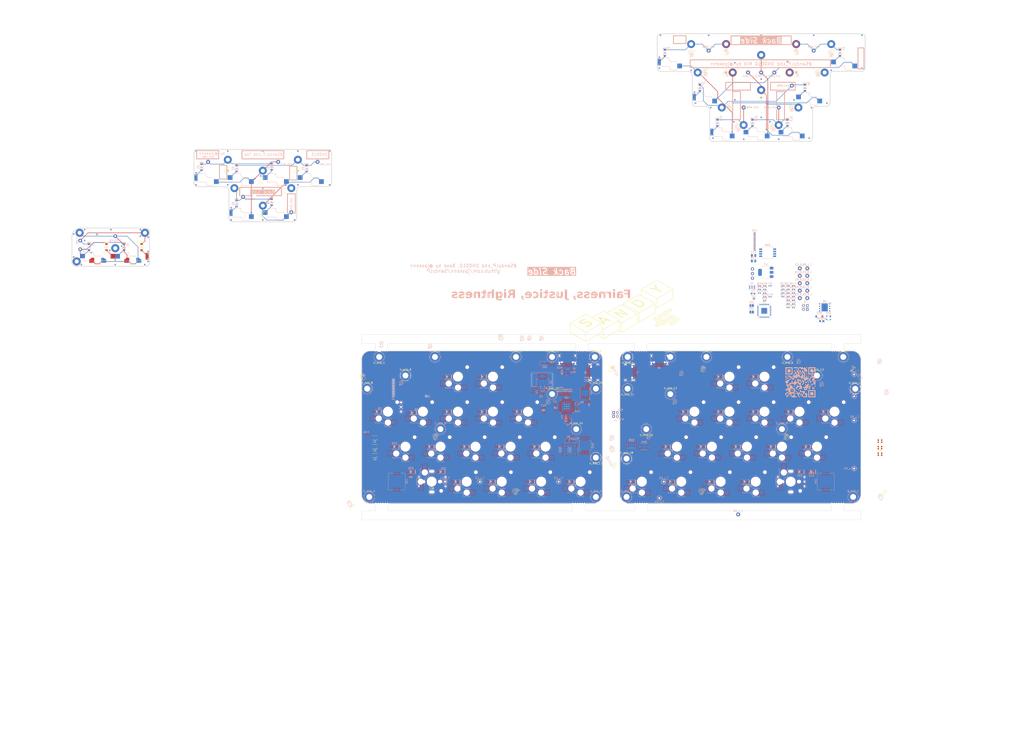
<source format=kicad_pcb>
(kicad_pcb (version 20240108) (generator "pcbnew") (generator_version "8.0")
  (title_block (title "Sandy") (date "2023-01-06") (rev "v.0") (company "@jpskenn"))
  (layers (0 "F.Cu" signal) (31 "B.Cu" signal) (34 "B.Paste" user) (35 "F.Paste" user) (36 "B.SilkS" user "B.Silkscreen") (37 "F.SilkS" user "F.Silkscreen") (38 "B.Mask" user) (39 "F.Mask" user) (44 "Edge.Cuts" user))
  (net 0 "")
  (net 1 "+3V3")
  (net 2 "+1V1")
  (net 3 "Net-(D33-A)")
  (net 4 "Net-(D11-A)")
  (net 5 "Net-(D24-A)")
  (net 6 "Net-(D1-A)")
  (net 7 "Net-(D2-A)")
  (net 8 "Net-(D3-A)")
  (net 9 "Net-(D15-A)")
  (net 10 "Net-(D26-A)")
  (net 11 "VBUS")
  (net 12 "Net-(D4-A)")
  (net 13 "Net-(D5-A)")
  (net 14 "Net-(D6-A)")
  (net 15 "Net-(D7-A)")
  (net 16 "Net-(D8-A)")
  (net 17 "Net-(D9-A)")
  (net 18 "Net-(D10-A)")
  (net 19 "GND_R")
  (net 20 "+5V_R")
  (net 21 "+3V3_R")
  (net 22 "Net-(D12-A)")
  (net 23 "Net-(D13-A)")
  (net 24 "Net-(D14-A)")
  (net 25 "Net-(D16-A)")
  (net 26 "Net-(D17-A)")
  (net 27 "Net-(D18-A)")
  (net 28 "+1V1_R")
  (net 29 "Net-(D19-A)")
  (net 30 "Net-(D32-A)")
  (net 31 "Net-(D20-A)")
  (net 32 "Net-(D21-A)")
  (net 33 "L_row0")
  (net 34 "Net-(D22-A)")
  (net 35 "Net-(D23-A)")
  (net 36 "Net-(D25-A)")
  (net 37 "Net-(D29-A)")
  (net 38 "Net-(D30-A)")
  (net 39 "Net-(D31-A)")
  (net 40 "Net-(D27-A)")
  (net 41 "Net-(SD1-A)")
  (net 42 "Net-(D28-A)")
  (net 43 "R_row0")
  (net 44 "L_row1")
  (net 45 "R_row1")
  (net 46 "L_row2")
  (net 47 "R_row2")
  (net 48 "L_row3")
  (net 49 "Net-(STLED1-A)")
  (net 50 "R_row3")
  (net 51 "Net-(D34-A)")
  (net 52 "L_Audio")
  (net 53 "L_D-")
  (net 54 "L_D+")
  (net 55 "L_LED")
  (net 56 "R_D-")
  (net 57 "VBUS_R")
  (net 58 "R_D+")
  (net 59 "R_Audio")
  (net 60 "R_LED")
  (net 61 "Net-(SD2-A)")
  (net 62 "L_RESET")
  (net 63 "Net-(JP1-B)")
  (net 64 "Net-(LS1-Pad1)")
  (net 65 "L_USB_BOOT")
  (net 66 "L_SWD")
  (net 67 "L_SWCLK")
  (net 68 "L_GPIO12")
  (net 70 "L_GPIO28")
  (net 71 "L_GPIO23")
  (net 72 "L_GPIO29")
  (net 73 "L_GPIO26")
  (net 74 "L_GPIO27")
  (net 75 "L_GPIO24")
  (net 77 "L_GPIO25")
  (net 80 "L_GPIO22")
  (net 81 "Net-(J5-CC2)")
  (net 82 "Net-(J5-CC1)")
  (net 84 "+5V")
  (net 86 "L_TX{slash}SERIAL")
  (net 88 "L_RX")
  (net 92 "R_RX")
  (net 93 "R_TX{slash}SERIAL")
  (net 97 "Net-(J8-CC2)")
  (net 98 "Net-(J8-CC1)")
  (net 100 "R_RESET")
  (net 101 "R_USB_BOOT")
  (net 102 "R_GPIO25")
  (net 104 "R_GPIO27")
  (net 105 "R_GPIO24")
  (net 107 "R_GPIO22")
  (net 108 "R_GPIO23")
  (net 109 "R_GPIO29")
  (net 110 "R_GPIO28")
  (net 111 "R_GPIO26")
  (net 112 "R_SWCLK")
  (net 113 "R_SWD")
  (net 114 "R_GPIO12")
  (net 115 "Net-(JP3-B)")
  (net 116 "Net-(LS4-Pad1)")
  (net 117 "Net-(U3-USB_DP)")
  (net 118 "Net-(U3-USB_DM)")
  (net 119 "L_QSPI_SS")
  (net 120 "Net-(U3-XOUT)")
  (net 121 "Net-(R6-Pad1)")
  (net 122 "Net-(STLED2-A)")
  (net 123 "L_VBUS_detection")
  (net 124 "R_VBUS_detection")
  (net 125 "Net-(U5-USB_DP)")
  (net 126 "Net-(U5-USB_DM)")
  (net 127 "R_QSPI_SS")
  (net 128 "Net-(U5-XOUT)")
  (net 129 "Net-(R22-Pad1)")
  (net 130 "L_dip2")
  (net 131 "L_dip4")
  (net 132 "L_dip3")
  (net 133 "L_dip1")
  (net 134 "R_dip3")
  (net 135 "R_dip4")
  (net 136 "R_dip2")
  (net 137 "R_dip1")
  (net 138 "L_col2")
  (net 139 "L_col3")
  (net 140 "R_col3")
  (net 141 "R_col2")
  (net 142 "L_col0")
  (net 143 "L_col1")
  (net 144 "L_col4")
  (net 145 "R_col4")
  (net 146 "R_col1")
  (net 147 "R_col0")
  (net 148 "L_RE_A")
  (net 149 "L_RE_B")
  (net 150 "R_RE_B")
  (net 151 "R_RE_A")
  (net 152 "L_col5")
  (net 153 "R_col5")
  (net 154 "L_QSPI_SD3")
  (net 155 "L_QSPI_SD1")
  (net 156 "L_QSPI_SD2")
  (net 157 "L_QSPI_SD0")
  (net 158 "Net-(U3-XIN)")
  (net 159 "L_QSPI_SCLK")
  (net 160 "R_QSPI_SCLK")
  (net 161 "R_QSPI_SD3")
  (net 162 "Net-(U5-XIN)")
  (net 163 "R_QSPI_SD0")
  (net 164 "R_QSPI_SD2")
  (net 165 "R_QSPI_SD1")
  (net 166 "GND")
  (net 167 "Net-(L1-DOUT)")
  (net 168 "Net-(L2-DOUT)")
  (net 170 "Net-(L4-DOUT)")
  (net 171 "Net-(L5-DOUT)")
  (footprint "locallib:Kailh_socket_ChocV2" (layer "F.Cu") (at 232.989685 84.153405)
    (property "Reference" "SW_22")
    (property "Value" "<,")
  )
  (footprint "locallib:Kailh_socket_ChocV2" (layer "F.Cu") (at 252.039685 84.153685)
    (property "Reference" "SW_23")
    (property "Value" ">.")
  )
  (footprint "locallib:Kailh_socket_ChocV2" (layer "F.Cu") (at 56.777185 65.103565)
    (property "Reference" "SW_6")
    (property "Value" "A")
  )
  (footprint "locallib:Kailh_socket_ChocV2" (layer "F.Cu") (at 85.352185 84.153645)
    (property "Reference" "SW_17")
    (property "Value" "C")
  )
  (footprint "locallib:Kailh_socket_ChocV2" (layer "F.Cu") (at 94.877185 65.103565)
    (property "Reference" "SW_8")
    (property "Value" "D")
  )
  (footprint "locallib:Kailh_socket_ChocV2" (layer "F.Cu") (at 94.877185 46.053485)
    (property "Reference" "SW_2")
    (property "Value" "E")
  )
  (footprint "locallib:Kailh_socket_ChocV2" (layer "F.Cu") (at 113.927185 65.103565)
    (property "Reference" "SW_9")
    (property "Value" "F")
  )
  (footprint "locallib:Kailh_socket_ChocV2" (layer "F.Cu") (at 223.464685 46.053525)
    (property "Reference" "SW_3")
    (property "Value" "I")
  )
  (footprint "locallib:Kailh_socket_ChocV2" (layer "F.Cu") (at 223.464685 65.103605)
    (property "Reference" "SW_11")
    (property "Value" "K")
  )
  (footprint "locallib:Kailh_socket_ChocV2" (layer "F.Cu") (at 242.514685 65.103405)
    (property "Reference" "SW_12")
    (property "Value" "L")
  )
  (footprint "locallib:Kailh_socket_ChocV2" (layer "F.Cu") (at 213.939685 84.153405)
    (property "Reference" "SW_21")
    (property "Value" "M")
  )
  (footprint "locallib:Kailh_socket_ChocV2" (layer "F.Cu") (at 194.889685 84.153645)
    (property "Reference" "SW_20")
    (property "Value" "N")
  )
  (footprint "locallib:Kailh_socket_ChocV2" (layer "F.Cu") (at 242.514685 46.053405)
    (property "Reference" "SW_4")
    (property "Value" "O")
  )
  (footprint "locallib:Kailh_socket_ChocV2" (layer "F.Cu") (at 104.402185 84.153645)
    (property "Reference" "SW_18")
    (property "Value" "V")
  )
  (footprint "locallib:Kailh_socket_ChocV2" (layer "F.Cu") (at 75.827185 46.053485)
    (property "Reference" "SW_1")
    (property "Value" "W")
  )
  (footprint "locallib:Kailh_socket_ChocV2" (layer "F.Cu") (at 66.302185 84.153645)
    (property "Reference" "SW_16")
    (property "Value" "X")
  )
  (footprint "locallib:Kailh_socket_ChocV2" (layer "F.Cu") (at 47.252185 84.153645)
    (property "Reference" "SW_15")
    (property "Value" "Z")
  )
  (footprint "locallib:Kailh_socket_ChocV2" (layer "F.Cu") (at 99.639685 103.203765)
    (property "Reference" "SW_27")
    (property "Value" "LALT")
  )
  (footprint "locallib:Kailh_socket_ChocV2" (layer "F.Cu") (at 218.702185 103.203765)
    (property "Reference" "SW_32")
    (property "Value" "RALT")
  )
  (footprint "locallib:Kailh_socket_ChocV2" (layer "F.Cu") (at 280.614685 65.103405)
    (property "Reference" "SW_14")
    (property "Value" "ENT")
  )
  (footprint "locallib:Kailh_socket_ChocV2" (layer "F.Cu") (at 261.564685 65.103405)
    (property "Reference" "SW_13")
    (property "Value" "-")
  )
  (footprint "locallib:Kailh_socket_ChocV2" (layer "F.Cu") (at 37.727185 65.103765)
    (property "Reference" "SW_5")
    (property "Value" "LCTL")
  )
  (footprint "locallib:Kailh_socket_ChocV2" (layer "F.Cu") (at 271.089685 84.153685)
    (property "Reference" "SW_24")
    (property "Value" "?/")
  )
  (footprint "locallib:Kailh_socket_ChocV2" (layer "F.Cu") (at 75.827185 65.103565)
    (property "Reference" "SW_7")
    (property "Value" "S")
  )
  (footprint "locallib:Kailh_socket_ChocV2" (layer "F.Cu") (at 80.589685 103.203765)
    (property "Reference" "SW_LWIN1")
    (property "Value" "LWIN")
  )
  (footprint "locallib:Kailh_socket_ChocV2" (layer "F.Cu") (at 204.414685 65.103565)
    (property "Reference" "SW_10")
    (property "Value" "J")
  )
  (footprint "locallib:MountingHole_M2_Through-hole_tap_THC-0.8-x-2" (layer "F.Cu") (at 255.016442 35.337785 180)
    (property "Reference" "H_mid_6")
    (property "Value" "MountingHole")
  )
  (footprint "locallib:ICON_Screw_Medium" (layer "F.Cu") (at -11.335184 -64.50955)
    (property "Reference" "REF**")
    (property "Value" "ICON_Screw_Medium")
  )
  (footprint "locallib:Kailh_socket_ChocV2_for_Reverse_narrow_#2pad" (layer "F.Cu") (at -120.082289 -23.237268)
    (property "Reference" "SW_TAB1")
    (property "Value" "SW_Push")
  )
  (footprint "locallib:ICON_arrow_round_small" (layer "F.Cu") (at 243.110132 -107.537361)
    (property "Reference" "REF**" (hide yes))
    (property "Value" "ICON_arrow_round_small")
  )
  (footprint "locallib:ICON_Spacer" (layer "F.Cu") (at 259.778882 -127.777986)
    (property "Reference" "REF**")
    (property "Value" "ICON_Spacer")
  )
  (footprint "locallib:Kailh_socket_ChocV2" (layer "F.Cu") (at 121.070935 103.203405)
    (property "Reference" "SW_28")
    (property "Value" "LSPC")
  )
  (footprint "locallib:ICON_Screw_Medium" (layer "F.Cu") (at -30.460184 -40.439063)
    (property "Reference" "REF**")
    (property "Value" "ICON_Screw_Medium")
  )
  (footprint "locallib:ICON_Screw_Medium" (layer "F.Cu") (at -42.616424 -53.30955)
    (property "Reference" "REF**")
    (property "Value" "ICON_Screw_Medium")
  )
  (footprint "locallib:ICON_Screw_Medium" (layer "F.Cu") (at 63.833662 81.370431)
    (property "Reference" "REF**" (hide yes))
    (property "Value" "ICON_Screw_Medium")
  )
  (footprint "locallib:D_SOD-123_Emphasized_Direction_Line" (layer "F.Cu") (at -96.269789 -24.427893 -90)
    (property "Reference" "D3")
    (property "Value" "D")
  )
  (footprint "locallib:MountingHole_M2_Through-hole_tap_THC-0.8-x-2" (layer "F.Cu") (at 127.024147 55.578427)
    (property "Reference" "H_mid_10")
    (property "Value" "MountingHole")
  )
  (footprint "locallib:ICON_Screw_Medium" (layer "F.Cu") (at 98.957127 27.196948)
    (property "Reference" "REF**" (hide yes))
    (property "Value" "ICON_Screw_Medium")
  )
  (footprint "locallib:ICON_Spacer" (layer "F.Cu") (at 221.678882 -127.777986)
    (property "Reference" "REF**")
    (property "Value" "ICON_Spacer")
  )
  (footprint "locallib:Kailh_socket_ChocV2_narrow_#2pad" (layer "F.Cu") (at 240.728882 -90.868611)
    (property "Reference" "SW_R4CNT_C1")
    (property "Value" "SW_Push")
  )
  (footprint "locallib:MountingHole_1.8-2.2mm_M2_Pad_minimal" (layer "F.Cu") (at 260.969507 -100.393611)
    (property "Reference" "H6" (hide yes))
    (property "Value" "MountingHole")
  )
  (footprint "locallib:ICON_Screw_Long_Medium" (layer "F.Cu") (at 245.204792 -86.206859)
    (property "Reference" "REF**")
    (property "Value" "ICON_Screw_Long_Medium")
  )
  (footprint "locallib:MountingHole_1.8-2.2mm_M2_Pad_minimal" (layer "F.Cu") (at 250.253882 -90.868611)
    (property "Reference" "H8" (hide yes))
    (property "Value" "MountingHole")
  )
  (footprint "LED_SMD:LED_WS2812B-2020_PLCC4_2.0x2.0mm" (layer "F.Cu") (at 305.342185 88.27528)
    (property "Reference" "L6")
    (property "Value" "WS2812B-2020")
  )
  (footprint "locallib:Kailh_socket_ChocV2" (layer "F.Cu") (at 237.752185 103.203405)
    (property "Reference" "SW_33")
    (property "Value" "RWIN")
  )
  (footprint "locallib:MountingHole_M2_Through-hole_tap_THC-0.8-x-2" (layer "F.Cu") (at 150.836667 52.601862)
    (property "Reference" "H_mid_20")
    (property "Value" "MountingHole")
  )
  (footprint "locallib:MountingHole_M2_Through-hole_tap_THC-0.8-x-2" (layer "F.Cu") (at 150.836667 90.106581 180)
    (property "Reference" "H_mid_17")
    (property "Value" "MountingHole")
  )
  (footprint "locallib:ICON_Screw_Medium" (layer "F.Cu") (at 18.081868 119.276918)
    (property "Reference" "REF**" (hide yes))
    (property "Value" "ICON_Screw_Medium")
  )
  (footprint "LED_SMD:LED_WS2812B-2020_PLCC4_2.0x2.0mm" (layer "F.Cu") (at 30.583446 88.915965 180)
    (property "Reference" "L3")
    (property "Value" "WS2812B-2020")
  )
  (footprint "locallib:ICON_Spacer" (layer "F.Cu") (at 259.778882 -115.871736)
    (property "Reference" "REF**")
    (property "Value" "ICON_Spacer")
  )
  (footprint "locallib:ICON_Spacer" (layer "F.Cu") (at 221.453882 -116.343611)
    (property "Reference" "REF**")
    (property "Value" "ICON_Spacer")
  )
  (footprint "locallib:ChocV2_AND_RotaryEncoder_Alps_EC11K-Switch_Vertical_H20mm_NPTH_MP_minimal" (layer "F.Cu") (at 61.539685 103.203419 -90)
    (property "Reference" "SW_25" (hide yes))
    (property "Value" "L_RE")
    (fp_line (start -0.8 4.35) (end -0.8 4.700001) (stroke (width 0.12)) (layer "Edge.Cuts"))
    (fp_line (start 0.8 4.35) (end 0.8 4.700001) (stroke (width 0.12)) (layer "Edge.Cuts"))
    (fp_arc (start 0.8 4.700001) (mid 0 7.526433) (end -0.8 4.700001) (stroke (width 0.12)) (layer "Edge.Cuts"))
    (fp_arc (start -0.8 4.35) (mid 0 3.55) (end 0.8 4.35) (stroke (width 0.12)) (layer "Edge.Cuts"))
  )
  (footprint "locallib:MountingHole_1.8-2.2mm_M2_Pad_minimal" (layer "F.Cu") (at -14.81975 -56.518547)
    (property "Reference" "H5" (hide yes))
    (property "Value" "MountingHole")
  )
  (footprint "locallib:MountingHole_M2_Through-hole_tap_THC-0.8-x-2" (layer "F.Cu") (at 191.317951 35.337785)
    (property "Reference" "H_mid_22")
    (property "Value" "MountingHole")
  )
  (footprint "locallib:MountingHole_M2_Through-hole_tap_THC-0.8-x-2" (layer "F.Cu") (at 285.377405 35.337785)
    (property "Reference" "H_mid_7")
    (property "Value" "MountingHole")
  )
  (footprint "locallib:Kailh_socket_ChocV2" (layer "F.Cu") (at 142.502185 103.203765)
    (property "Reference" "SW_29")
    (property "Value" "L_CNT")
  )
  (footprint "locallib:Kailh_socket_ChocV2" (layer "F.Cu") (at 123.452185 84.153405)
    (property "Reference" "SW_19")
    (property "Value" "B")
  )
  (footprint "locallib:Kailh_socket_ChocV2" (layer "F.Cu") (at 197.270935 103.203405)
    (property "Reference" "SW_31")
    (property "Value" "RSPC")
  )
  (footprint "locallib:ICON_arrow_round_small" (layer "F.Cu") (at -50.372875 -65.018547 180)
    (property "Reference" "REF**" (hide yes))
    (property "Value" "ICON_arrow_round_small")
  )
  (footprint "locallib:Kailh_socket_ChocV2" (layer "F.Cu") (at 175.839685 103.203765)
    (property "Reference" "SW_30")
    (property "Value" "R_CNT")
  )
  (footprint "locallib:MountingHole_1.8-2.2mm_M2_Pad_minimal" (layer "F.Cu") (at 278.828882 -134.921736)
    (property "Reference" "H2" (hide yes))
    (property "Value" "MountingHole")
  )
  (footprint "locallib:ICON_arrow_round_small" (layer "F.Cu") (at -12.372875 -65.018547 180)
    (property "Reference" "REF**" (hide yes))
    (property "Value" "ICON_arrow_round_small")
  )
  (footprint "locallib:ICON_Screw_Medium" (layer "F.Cu") (at 307.79815 111.722074)
    (property "Reference" "REF**" (hide yes))
    (property "Value" "ICON_Screw_Medium")
  )
  (footprint "locallib:ICON_Screw_Long_Medium" (layer "F.Cu") (at 209.685323 -116.273502)
    (property "Reference" "REF**")
    (property "Value" "ICON_Screw_Long_Medium")
  )
  (footprint "locallib:Kailh_socket_ChocV2" (layer "F.Cu") (at -39.822875 -66.043547)
    (property "Reference" "SW_]1" (hide yes))
    (property "Value" "SW_Push")
  )
  (footprint "locallib:MountingHole_M2_Through-hole_tap_THC-0.8-x-2" (layer "F.Cu") (at 32.964693 35.33778 180)
    (property "Reference" "H_mid_1")
    (property "Value" "MountingHole")
  )
  (footprint "locallib:ICON_Screw_Long_Medium" (layer "F.Cu") (at 271.597823 -116.273502)
    (property "Reference" "REF**")
    (property "Value" "ICON_Screw_Long_Medium")
  )
  (footprint "locallib:MountingHole_1.8-2.2mm_M2_Pad_minimal" (layer "F.Cu") (at 231.203882 -90.868611)
    (property "Reference" "H7" (hide yes))
    (property "Value" "MountingHole")
  )
  (footprint "locallib:MountingHole_M2_Through-hole_tap_THC-0.8-x-2" (layer "F.Cu") (at 291.925848 52.678405)
    (property "Reference" "H_mid_14")
    (property "Value" "MountingHole")
  )
  (footprint "locallib:Kailh_socket_ChocV2_narrow_#2pad" (layer "F.Cu") (at 259.778882 -90.868611)
    (property "Reference" "SW_R4CNT_R1")
    (property "Value" "SW_Push")
  )
  (footprint "locallib:ICON_Screw_Medium" (layer "F.Cu") (at 209.089876 111.136014)
    (property "Reference" "REF**" (hide yes))
    (property "Value" "ICON_Screw_Medium")
  )
  (footprint "locallib:MountingHole_M2_Through-hole_tap_THC-0.8-x-2" (layer "F.Cu") (at 47.252205 45.458102)
    (property "Reference" "H_mid_9")
    (property "Value" "MountingHole")
  )
  (footprint "locallib:ICON_Screw_Medium" (layer "F.Cu") (at 254.333822 81.370431)
    (property "Reference" "REF**" (hide yes))
    (property "Value" "ICON_Screw_Medium")
  )
  (footprint "locallib:MountingHole_M2_Through-hole_tap_THC-0.8-x-2" (layer "F.Cu") (at 150.241354 35.337785)
    (property "Reference" "H_mid_19")
    (property "Value" "MountingHole")
  )
  (footprint "locallib:Kailh_socket_ChocV2_small_#2pad" (layer "F.Cu") (at 221.678882 -90.868611)
    (property "Reference" "SW_R4CNT_L1")
    (property "Value" "SW_Push")
  )
  (footprint "locallib:ICON_Screw_Long_Medium" (layer "F.Cu") (at 222.782198 -97.223502)
    (property "Reference" "REF**")
    (property "Value" "ICON_Screw_Long_Medium")
  )
  (footprint "locallib:MountingHole_1.8-2.2mm_M2_Pad_minimal" (layer "F.Cu") (at 206.200757 -119.443611)
    (property "Reference" "H3" (hide yes))
    (property "Value" "MountingHole")
  )
  (footprint "locallib:MountingHole_M2_Through-hole_tap_THC-0.8-x-2" (layer "F.Cu") (at 168.100744 35.337785 180)
    (property "Reference" "H_mid_4")
    (property "Value" "MountingHole")
  )
  (footprint "LED_SMD:LED_WS2812B-2020_PLCC4_2.0x2.0mm" (layer "F.Cu") (at 305.342185 81.17528)
    (property "Reference" "L4")
    (property "Value" "WS2812B-2020")
  )
  (footprint "locallib:ICON_Screw_Medium" (layer "F.Cu") (at -49.416424 -64.70955)
    (property "Reference" "REF**")
    (property "Value" "ICON_Screw_Medium")
  )
  (footprint "locallib:Kailh_socket_ChocV2_small_#2pad" (layer "F.Cu") (at 193.103882 -128.968611)
    (property "Reference" "SW_R1")
    (property "Value" "SW_Push")
  )
  (footprint "locallib:MountingHole_M2_Through-hole_tap_THC-0.8-x-2" (layer "F.Cu") (at 178.221065 74.628443 180)
    (property "Reference" "H_mid_16")
    (property "Value" "MountingHole")
  )
  (footprint "locallib:SandyLP-Duo_outline_Base" (layer "F.Cu") (at 159.170935 84.153405)
    (property "Reference" "REF**" (hide yes))
    (property "Value" "60_Outline" (hide yes))
    (fp_line (start -135.731364 -56.08754) (end -135.731364 -61.08754) (stroke (width 0.12)) (layer "Edge.Cuts"))
    (fp_line (start -135.731364 26.123471) (end -135.731364 -47.32504) (stroke (width 0.3)) (layer "Edge.Cuts"))
    (fp_line (start -135.731364 34.885971) (end -135.731364 39.885971) (stroke (width 0.12)) (layer "Edge.Cuts"))
    (fp_line (start -128.30175 -56.08754) (end -135.731364 -56.08754) (stroke (width 0.12)) (layer "Edge.Cuts"))
    (fp_line (start -128.30175 -52.08754) (end -130.968864 -52.08754) (stroke (width 0.3)) (layer "Edge.Cuts"))
    (fp_line (start -128.30175 -52.08754) (end -128.30175 -56.08754) (stroke (width 0.12)) (layer "Edge.Cuts"))
    (fp_line (start -128.2375 30.885971) (end -130.968864 30.885971) (stroke (width 0.3)) (layer "Edge.Cuts"))
    (fp_line (start -128.2375 30.885971) (end -128.2375 34.885971) (stroke (width 0.12)) (layer "Edge.Cuts"))
    (fp_line (start -128.2375 34.885971) (end -135.731364 34.885971) (stroke (width 0.12)) (layer "Edge.Cuts"))
    (fp_line (start -121.44375 -52.08754) (end -121.44375 -56.08754) (stroke (width 0.12)) (layer "Edge.Cuts"))
    (fp_line (start -121.3795 30.885971) (end -121.3795 34.885971) (stroke (width 0.12)) (layer "Edge.Cuts"))
    (fp_line (start -21.08125 30.885971) (end -121.3795 30.885971) (stroke (width 0.3)) (layer "Edge.Cuts"))
    (fp_line (start -21.08125 30.885971) (end -21.08125 34.885971) (stroke (width 0.12)) (layer "Edge.Cuts"))
    (fp_line (start -21.08125 34.885971) (end -121.3795 34.885971) (stroke (width 0.12)) (layer "Edge.Cuts"))
    (fp_line (start -19.2955 -56.08754) (end -121.44375 -56.08754) (stroke (width 0.12)) (layer "Edge.Cuts"))
    (fp_line (start -19.2955 -52.08754) (end -121.44375 -52.08754) (stroke (width 0.3)) (layer "Edge.Cuts"))
    (fp_line (start -19.2955 -52.08754) (end -19.2955 -56.08754) (stroke (width 0.12)) (layer "Edge.Cuts"))
    (fp_line (start -14.22325 30.885971) (end -14.22325 34.885971) (stroke (width 0.12)) (layer "Edge.Cuts"))
    (fp_line (start -14.22325 34.885971) (end 12.7635 34.885971) (stroke (width 0.12)) (layer "Edge.Cuts"))
    (fp_line (start -12.4375 -56.08754) (end 12.60475 -56.08754) (stroke (width 0.12)) (layer "Edge.Cuts"))
    (fp_line (start -12.4375 -52.08754) (end -12.4375 -56.08754) (stroke (width 0.12)) (layer "Edge.Cuts"))
    (fp_line (start -9.525004 -52.08754) (end -12.4375 -52.08754) (stroke (width 0.3)) (layer "Edge.Cuts"))
    (fp_line (start -9.525004 30.885971) (end -14.22325 30.885971) (stroke (width 0.3)) (layer "Edge.Cuts"))
    (fp_line (start -4.762504 26.123471) (end -4.762504 -47.32504) (stroke (width 0.3)) (layer "Edge.Cuts"))
    (fp_line (start 4.762504 26.123471) (end 4.762504 -47.32504) (stroke (width 0.3)) (layer "Edge.Cuts"))
    (fp_line (start 9.525004 -52.08754) (end 12.60475 -52.08754) (stroke (width 0.3)) (layer "Edge.Cuts"))
    (fp_line (start 9.525004 30.885971) (end 12.7635 30.885971) (stroke (width 0.3)) (layer "Edge.Cuts"))
    (fp_line (start 12.60475 -52.08754) (end 12.60475 -56.08754) (stroke (width 0.12)) (layer "Edge.Cuts"))
    (fp_line (start 12.7635 30.885971) (end 12.7635 34.885971) (stroke (width 0.12)) (layer "Edge.Cuts"))
    (fp_line (start 19.46275 -56.08754) (end 119.91975 -56.08754) (stroke (width 0.12)) (layer "Edge.Cuts"))
    (fp_line (start 19.46275 -52.08754) (end 19.46275 -56.08754) (stroke (width 0.12)) (layer "Edge.Cuts"))
    (fp_line (start 19.46275 -52.08754) (end 119.91975 -52.08754) (stroke (width 0.3)) (layer "Edge.Cuts"))
    (fp_line (start 19.6215 30.885971) (end 19.6215 34.885971) (stroke (width 0.12)) (layer "Edge.Cuts"))
    (fp_line (start 19.6215 30.885971) (end 119.761 30.885971) (stroke (width 0.3)) (layer "Edge.Cuts"))
    (fp_line (start 19.6215 34.885971) (end 119.761 34.885971) (stroke (width 0.12)) (layer "Edge.Cuts"))
    (fp_line (start 119.761 30.885971) (end 119.761 34.885971) (stroke (width 0.12)) (layer "Edge.Cuts"))
    (fp_line (start 119.91975 -52.08754) (end 119.91975 -56.08754) (stroke (width 0.12)) (layer "Edge.Cuts"))
    (fp_line (start 126.619 30.885971) (end 126.619 34.885971) (stroke (width 0.12)) (layer "Edge.Cuts"))
    (fp_line (start 126.619 30.885971) (end 130.968864 30.885971) (stroke (width 0.3)) (layer "Edge.Cuts"))
    (fp_line (start 126.619 34.885971) (end 135.731364 34.885971) (stroke (width 0.12)) (layer "Edge.Cuts"))
    (fp_line (start 126.77775 -56.08754) (end 135.731364 -56.08754) (stroke (width 0.12)) (layer "Edge.Cuts"))
    (fp_line (start 126.77775 -52.08754) (end 126.77775 -56.08754) (stroke (width 0.12)) (layer "Edge.Cuts"))
    (fp_line (start 126.77775 -52.08754) (end 130.968864 -52.08754) (stroke (width 0.3)) (layer "Edge.Cuts"))
    (fp_line (start 135.731364 -61.08754) (end -135.731364 -61.08754) (stroke (width 0.12)) (layer "Edge.Cuts"))
    (fp_line (start 135.731364 -56.08754) (end 135.731364 -61.08754) (stroke (width 0.12)) (layer "Edge.Cuts"))
    (fp_line (start 135.731364 26.123471) (end 135.731364 -47.32504) (stroke (width 0.3)) (layer "Edge.Cuts"))
    (fp_line (start 135.731364 34.885971) (end 135.731364 39.885971) (stroke (width 0.12)) (layer "Edge.Cuts"))
    (fp_line (start 135.731364 39.885971) (end -135.731364 39.885971) (stroke (width 0.12)) (layer "Edge.Cuts"))
    (fp_arc (start -135.731364 -47.32504) (mid -134.33646 -50.692636) (end -130.968864 -52.08754) (stroke (width 0.3)) (layer "Edge.Cuts"))
    (fp_arc (start -130.968864 30.885971) (mid -134.33646 29.491067) (end -135.731364 26.123471) (stroke (width 0.3)) (layer "Edge.Cuts"))
    (fp_arc (start -9.525004 -52.08754) (mid -6.15741 -50.692634) (end -4.762504 -47.32504) (stroke (width 0.3)) (layer "Edge.Cuts"))
    (fp_arc (start -4.762504 26.123471) (mid -6.157413 29.491062) (end -9.525004 30.885971) (stroke (width 0.3)) (layer "Edge.Cuts"))
    (fp_arc (start 4.762504 -47.32504) (mid 6.15741 -50.692634) (end 9.525004 -52.08754) (stroke (width 0.3)) (layer "Edge.Cuts"))
    (fp_arc (start 9.525004 30.885971) (mid 6.157414 29.491062) (end 4.762504 26.123471) (stroke (width 0.3)) (layer "Edge.Cuts"))
    (fp_arc (start 130.968864 -52.08754) (mid 134.336433 -50.692616) (end 135.731364 -47.32504) (stroke (width 0.3)) (layer "Edge.Cuts"))
    (fp_arc (start 135.731364 26.123471) (mid 134.336439 29.491044) (end 130.968864 30.885971) (stroke (width 0.3)) (layer "Edge.Cuts"))
  )
  (footprint "locallib:ICON_Spacer" (layer "F.Cu") (at 240.728882 -121.824861)
    (property "Reference" "REF**")
    (property "Value" "ICON_Spacer")
  )
  (footprint "locallib:MountingHole_1.8-2.2mm_M2_Pad_minimal" (layer "F.Cu") (at -11.247875 -71.996672)
    (property "Reference" "H3" (hide yes))
    (property "Value" "MountingHole")
  )
  (footprint "locallib:Kailh_socket_ChocV2" (layer "F.Cu") (at -20.772875 -46.993547)
    (property "Reference" "SW_'1" (hide yes))
    (property "Value" "SW_Push")
  )
  (footprint "locallib:ICON_Screw_Long_Medium" (layer "F.Cu") (at 202.628882 -125.942317)
    (property "Reference" "REF**")
    (property "Value" "ICON_Screw_Long_Medium")
  )
  (footprint "locallib:Kailh_socket_ChocV2_small_#2pad" (layer "F.Cu") (at -58.872875 -66.043547)
    (property "Reference" "SW_[1" (hide yes))
    (property "Value" "SW_Push")
  )
  (footprint "locallib:ICON_arrow_round_small" (layer "F.Cu") (at -31.572875 -59.018547 180)
    (property "Reference" "REF**" (hide yes))
    (property "Value" "ICON_arrow_round_small")
  )
  (footprint "locallib:MountingHole_M2_Through-hole_tap_THC-0.8-x-2" (layer "F.Cu") (at 210.96328 35.337785)
    (property "Reference" "H_mid_5")
    (property "Value" "MountingHole")
  )
  (footprint "locallib:SandyLP_outline_Mid_Isolated_Area_gentle_corner" (layer "F.Cu") (at -91.507289 -13.712268)
    (property "Reference" "Cutout1" (hide yes))
    (property "Value" "60_Outline" (hide yes))
    (fp_line (start -42.6125 -2.314214) (end -42.6125 -16.36879) (stroke (width 0.3)) (layer "Edge.Cuts"))
    (fp_line (start -40.6125 -0.314214) (end -2.325 -0.3) (stroke (width 0.3)) (layer "Edge.Cuts"))
    (fp_line (start -37.85 -21.13129) (end -2.315 -21.13129) (stroke (width 0.3)) (layer "Edge.Cuts"))
    (fp_line (start -0.325 -2.3) (end -0.315 -19.13129) (stroke (width 0.3)) (layer "Edge.Cuts"))
    (fp_arc (start -42.6125 -16.36879) (mid -41.217596 -19.736386) (end -37.85 -21.13129) (stroke (width 0.3)) (layer "Edge.Cuts"))
    (fp_arc (start -40.6125 -0.314214) (mid -42.026714 -0.9) (end -42.6125 -2.314214) (stroke (width 0.3)) (layer "Edge.Cuts"))
    (fp_arc (start -2.315 -21.13129) (mid -0.900774 -20.545516) (end -0.315 -19.13129) (stroke (width 0.3)) (layer "Edge.Cuts"))
    (fp_arc (start -0.325 -2.3) (mid -0.910786 -0.885786) (end -2.325 -0.3) (stroke (width 0.3)) (layer "Edge.Cuts"))
  )
  (footprint "locallib:ICON_Nut & Washer" (layer "F.Cu") (at 159.171051 44.26748)
    (property "Reference" "REF**")
    (property "Value" "ICON_Nut & Washer")
  )
  (footprint "locallib:ICON_Screw_Medium" (layer "F.Cu") (at -30.616424 -58.70955)
    (property "Reference" "REF**")
    (property "Value" "ICON_Screw_Medium")
  )
  (footprint "locallib:ICON_Screw_Long_Medium" (layer "F.Cu") (at 278.741573 -125.942317)
    (property "Reference" "REF**")
    (property "Value" "ICON_Screw_Long_Medium")
  )
  (footprint "locallib:ChocV2_AND_RotaryEncoder_Alps_EC11K-Switch_Vertical_H20mm_NPTH_MP_minimal" (layer "F.Cu") (at 256.802185 103.203405 -90)
    (property "Reference" "SW_26" (hide yes))
    (property "Value" "R_RE")
    (fp_line (start -0.8 4.35) (end -0.8 4.700001) (stroke (width 0.12)) (layer "Edge.Cuts"))
    (fp_line (start 0.8 4.35) (end 0.8 4.700001) (stroke (width 0.12)) (layer "Edge.Cuts"))
    (fp_arc (start 0.8 4.700001) (mid 0 7.526433) (end -0.8 4.700001) (stroke (width 0.12)) (layer "Edge.Cuts"))
    (fp_arc (start -0.8 4.35) (mid 0 3.55) (end 0.8 4.35) (stroke (width 0.12)) (layer "Edge.Cuts"))
  )
  (footprint "locallib:MountingHole_1.8-2.2mm_M2_Pad_minimal" (layer "F.Cu") (at 275.257007 -119.443611)
    (property "Reference" "H4" (hide yes))
    (property "Value" "MountingHole")
  )
  (footprint "locallib:D_SOD-123_Emphasized_Direction_Line" (layer "F.Cu") (at -115.319789 -24.427893 -90)
    (property "Reference" "D4")
    (property "Value" "D")
  )
  (footprint "locallib:ICON_Screw_Medium" (layer "F.Cu") (at 159.679053 87.918874)
    (property "Reference" "REF**" (hide yes))
    (property "Value" "ICON_Screw_Medium")
  )
  (footprint "locallib:MountingHole_1.8-2.2mm_M2_Pad_minimal" (layer "F.Cu") (at -45.776 -56.518547)
    (property "Reference" "H4" (hide yes))
    (property "Value" "MountingHole")
  )
  (footprint "locallib:ICON_Screw_Long_Medium" (layer "F.Cu") (at 257.310323 -97.223502)
    (property "Reference" "REF**")
    (property "Value" "ICON_Screw_Long_Medium")
  )
  (footprint "locallib:MountingHole_1.8-2.2mm_M2_Pad_minimal" (layer "F.Cu") (at 219.297632 -100.393611)
    (property "Reference" "H5" (hide yes))
    (property "Value" "MountingHole")
  )
  (footprint "locallib:ICON_Screw_Medium" (layer "F.Cu") (at -18.816424 -53.30955)
    (property "Reference" "REF**")
    (property "Value" "ICON_Screw_Medium")
  )
  (footprint "locallib:MountingHole_M2_Through-hole_tap_THC-0.8-x-2" (layer "F.Cu") (at 168.100744 52.601862 180)
    (property "Reference" "H_mid_11")
    (property "Value" "MountingHole")
  )
  (footprint "locallib:Kailh_socket_ChocV2_for_Reverse" (layer "F.Cu") (at -101.032289 -23.237268)
    (property "Reference" "SW_Q1")
    (property "Value" "SW_Push")
  )
  (footprint "locallib:Kailh_socket_ChocV2" (layer "F.Cu") (at -20.772875 -66.043547)
    (property "Reference" "SW_Y1" (hide yes))
    (property "Value" "SW_Push")
  )
  (footprint "locallib:MountingHole_M2_Through-hole_tap_THC-0.8-x-2" (layer "F.Cu") (at 140.121011 74.628443)
    (property "Reference" "H_mid_15")
    (property "Value" "MountingHole")
  )
  (footprint "LED_SMD:LED_WS2812B-2020_PLCC4_2.0x2.0mm" (layer "F.Cu") (at 305.342185 84.72528)
    (property "Reference" "L5")
    (property "Value" "WS2812B-2020")
  )
  (footprint "locallib:MountingHole_M2_Through-hole_tap_THC-0.8-x-2" (layer "F.Cu") (at 167.505431 90.701894)
    (property "Reference" "H_mid_18")
    (property "Value" "MountingHole")
  )
  (footprint "locallib:Kailh_socket_ChocV2" (layer "F.Cu") (at 269.303882 -109.918611)
    (property "Reference" "SW_H1")
    (property "Value" "SW_Push")
  )
  (footprint "locallib:ICON_Screw_Medium" (layer "F.Cu") (at 23.947691 48.628216)
    (property "Reference" "REF**" (hide yes))
    (property "Value" "ICON_Screw_Medium")
  )
  (footprint "locallib:ICON_Screw_Medium" (layer "F.Cu") (at 107.886751 111.136014)
    (property "Reference" "REF**" (hide yes))
    (property "Value" "ICON_Screw_Medium")
  )
  (footprint "locallib:Kailh_socket_ChocV2" (layer "F.Cu") (at -1.722875 -66.043547)
    (property "Reference" "SW_T1" (hide yes))
    (property "Value" "SW_Push")
  )
  (footprint "locallib:ICON_arrow_round_small" (layer "F.Cu") (at -43.572875 -53.618547 180)
    (property "Reference" "REF**" (hide yes))
    (property "Value" "ICON_arrow_round_small")
  )
  (footprint "locallib:SandyLP_logo_LP40_w60" (layer "F.Cu") (at 166.314688 10.334669)
    (property "Reference" "LOGO1" (hide yes))
    (property "Value" "Logo_Base" (hide yes))
  )
  (footprint "locallib:ICON_arrow_round_small" (layer "F.Cu") (at -31.353177 -40.888661 180)
    (property "Reference" "REF**" (hide yes))
    (property "Value" "ICON_arrow_round_small")
  )
  (footprint "locallib:SandyLP_outline_Top" (layer "F.Cu") (at -30.297875 -56.518547)
    (property "Reference" "REF**" (hide yes))
    (property "Value" "60_Outline" (hide yes))
    (fp_line (start -37.475 -2.77504) (end -37.475 -19.13133) (stroke (width 0.3)) (layer "Edge.Cuts"))
    (fp_line (start -35.475 -0.77504) (end -20.425 -0.77504) (stroke (width 0.3)) (layer "Edge.Cuts"))
    (fp_line (start -18.425 16.297853) (end -18.425 1.22496) (stroke (width 0.3)) (layer "Edge.Cuts"))
    (fp_line (start -16.425 18.297853) (end 16.44991 18.295746) (stroke (width 0.3)) (layer "Edge.Cuts"))
    (fp_line (start 18.44991 16.295746) (end 18.425 1.164174) (stroke (width 0.3)) (layer "Edge.Cuts"))
    (fp_line (start 20.425 -0.835826) (end 35.4625 -0.845826) (stroke (width 0.3)) (layer "Edge.Cuts"))
    (fp_line (start 35.4625 -21.13133) (end -35.475 -21.13133) (stroke (width 0.3)) (layer "Edge.Cuts"))
    (fp_line (start 37.4625 -2.845826) (end 37.4625 -19.13133) (stroke (width 0.3)) (layer "Edge.Cuts"))
    (fp_arc (start -37.475 -19.13133) (mid -36.889214 -20.545544) (end -35.475 -21.13133) (stroke (width 0.3)) (layer "Edge.Cuts"))
    (fp_arc (start -35.475 -0.77504) (mid -36.889214 -1.360826) (end -37.475 -2.77504) (stroke (width 0.3)) (layer "Edge.Cuts"))
    (fp_arc (start -20.425 -0.77504) (mid -19.010786 -0.189254) (end -18.425 1.22496) (stroke (width 0.3)) (layer "Edge.Cuts"))
    (fp_arc (start -16.425 18.297853) (mid -17.839214 17.712067) (end -18.425 16.297853) (stroke (width 0.3)) (layer "Edge.Cuts"))
    (fp_arc (start 18.425 1.164174) (mid 19.010771 -0.250053) (end 20.425 -0.835826) (stroke (width 0.3)) (layer "Edge.Cuts"))
    (fp_arc (start 18.44991 16.295746) (mid 17.864148 17.709986) (end 16.44991 18.295746) (stroke (width 0.3)) (layer "Edge.Cuts"))
    (fp_arc (start 35.4625 -21.13133) (mid 36.876689 -20.545539) (end 37.4625 -19.13133) (stroke (width 0.3)) (layer "Edge.Cuts"))
    (fp_arc (start 37.4625 -2.845826) (mid 36.876693 -1.431625) (end 35.4625 -0.845826) (stroke (width 0.3)) (layer "Edge.Cuts"))
  )
  (footprint "locallib:MountingHole_M2_Through-hole_tap_THC-0.8-x-2" (layer "F.Cu") (at 107.378818 35.337785)
    (property "Reference" "H_mid_3")
    (property "Value" "MountingHole")
  )
  (footprint "locallib:MountingHole_1.8-2.2mm_M2_Pad_minimal" (layer "F.Cu") (at -30.297875 -46.993547)
    (property "Reference" "H6" (hide yes))
    (property "Value" "MountingHole")
  )
  (footprint "locallib:Kailh_socket_ChocV2_small_#2pad" (layer "F.Cu") (at 212.153882 -109.893571)
    (property "Reference" "SW_G1")
    (property "Value" "SW_Push")
  )
  (footprint "LED_SMD:LED_WS2812B-2020_PLCC4_2.0x2.0mm" (layer "F.Cu") (at 30.583446 84.153461 180)
    (property "Reference" "L2")
    (property "Value" "WS2812B-2020")
  )
  (footprint "locallib:ICON_arrow_round_small" (layer "F.Cu") (at -19.772875 -53.618547 180)
    (property "Reference" "REF**" (hide yes))
    (property "Value" "ICON_arrow_round_small")
  )
  (footprint "locallib:Kailh_socket_ChocV2_small_#2pad" (layer "F.Cu") (at -39.822875 -46.993547)
    (property "Reference" "SW_;1" (hide yes))
    (property "Value" "SW_Push")
  )
  (footprint "locallib:Kailh_socket_ChocV2" (layer "F.Cu") (at 288.353882 -128.968611)
    (property "Reference" "SW_U1")
    (property "Value" "SW_Push")
  )
  (footprint "locallib:SandyLP_outline_Mid" (layer "F.Cu") (at 240.728882 -119.443611)
    (property "Reference" "Cutout1" (hide yes))
    (property "Value" "60_Outline" (hide yes))
    (fp_line (start -56.535 -2.55004) (end -56.535 -19.13129) (stroke (width 0.3)) (layer "Edge.Cuts"))
    (fp_line (start -54.535 -0.55004) (end -39.475 -0.55004) (stroke (width 0.3)) (layer "Edge.Cuts"))
    (fp_line (start -37.475 16.44996) (end -37.475 1.44996) (stroke (width 0.3)) (layer "Edge.Cuts"))
    (fp_line (start -35.475 18.44996) (end -29.95 18.44996) (stroke (width 0.3)) (layer "Edge.Cuts"))
    (fp_line (start -27.95 35.52496) (end -27.95 20.44996) (stroke (width 0.3)) (layer "Edge.Cuts"))
    (fp_line (start -25.95 37.52496) (end 25.975 37.520746) (stroke (width 0.3)) (layer "Edge.Cuts"))
    (fp_line (start 27.975 35.520746) (end 27.975 20.389174) (stroke (width 0.3)) (layer "Edge.Cuts"))
    (fp_line (start 29.975 18.389174) (end 35.475 18.379174) (stroke (width 0.3)) (layer "Edge.Cuts"))
    (fp_line (start 37.475 16.379174) (end 37.475 1.371532) (stroke (width 0.3)) (layer "Edge.Cuts"))
    (fp_line (start 39.475 -0.628468) (end 54.555 -0.638468) (stroke (width 0.3)) (layer "Edge.Cuts"))
    (fp_line (start 54.555 -21.13129) (end -54.535 -21.13129) (stroke (width 0.3)) (layer "Edge.Cuts"))
    (fp_line (start 56.555 -2.638468) (end 56.555 -19.13129) (stroke (width 0.3)) (layer "Edge.Cuts"))
    (fp_arc (start -56.535 -19.13129) (mid -55.949214 -20.545504) (end -54.535 -21.13129) (stroke (width 0.3)) (layer "Edge.Cuts"))
    (fp_arc (start -54.535 -0.55004) (mid -55.949214 -1.135826) (end -56.535 -2.55004) (stroke (width 0.3)) (layer "Edge.Cuts"))
    (fp_arc (start -39.475 -0.55004) (mid -38.060786 0.035746) (end -37.475 1.44996) (stroke (width 0.3)) (layer "Edge.Cuts"))
    (fp_arc (start -35.475 18.44996) (mid -36.889214 17.864174) (end -37.475 16.44996) (stroke (width 0.3)) (layer "Edge.Cuts"))
    (fp_arc (start -29.95 18.44996) (mid -28.535786 19.035746) (end -27.95 20.44996) (stroke (width 0.3)) (layer "Edge.Cuts"))
    (fp_arc (start -25.95 37.52496) (mid -27.364214 36.939174) (end -27.95 35.52496) (stroke (width 0.3)) (layer "Edge.Cuts"))
    (fp_arc (start 27.975 20.389174) (mid 28.560766 18.974948) (end 29.975 18.389174) (stroke (width 0.3)) (layer "Edge.Cuts"))
    (fp_arc (start 27.975 35.520746) (mid 27.389211 36.934956) (end 25.975 37.520746) (stroke (width 0.3)) (layer "Edge.Cuts"))
    (fp_arc (start 37.475 1.371532) (mid 38.060786 -0.042683) (end 39.475 -0.628468) (stroke (width 0.3)) (layer "Edge.Cuts"))
    (fp_arc (start 37.475 16.379174) (mid 36.889193 17.793375) (end 35.475 18.379174) (stroke (width 0.3)) (layer "Edge.Cuts"))
    (fp_arc (start 54.555 -21.13129) (mid 55.96921 -20.545503) (end 56.555 -19.13129) (stroke (width 0.3)) (layer "Edge.Cuts"))
    (fp_arc (start 56.555 -2.638468) (mid 55.969219 -1.22425) (end 54.555 -0.638468) (stroke (width 0.3)) (layer "Edge.Cuts"))
  )
  (footprint "locallib:MountingHole_M2_Through-hole_tap_THC-0.8-x-2" (layer "F.Cu") (at 127.024147 35.337785)
    (property "Reference" "H_mid_21")
    (property "Value" "MountingHole")
  )
  (footprint "locallib:ICON_Screw_Medium" (layer "F.Cu") (at 290.647915 44.461025)
    (property "Reference" "REF**" (hide yes))
    (property "Value" "ICON_Screw_Medium")
  )
  (footprint "locallib:MountingHole_M2_Through-hole_tap_THC-0.8-x-2" (layer "F.Cu") (at 63.325656 35.337785)
    (property "Reference" "H_mid_2")
    (property "Value" "MountingHole")
  )
  (footprint "locallib:MountingHole_1.8-2.2mm_M2_Pad_minimal" (layer "F.Cu") (at -30.297875 -66.043547)
    (property "Reference" "H2" (hide yes))
    (property "Value" "MountingHole")
  )
  (footprint "locallib:ICON_Spacer" (layer "F.Cu") (at 240.771129 -103.044356)
    (property "Reference" "REF**")
    (property "Value" "ICON_Spacer")
  )
  (footprint "locallib:ICON_Nut & Washer" (layer "F.Cu") (at 161.06483 96.98084)
    (property "Reference" "REF**")
    (property "Value" "ICON_Nut & Washer")
  )
  (footprint "LED_SMD:LED_WS2812B-2020_PLCC4_2.0x2.0mm" (layer "F.Cu") (at 30.583446 79.390957 180)
    (property "Reference" "L1")
    (property "Value" "WS2812B-2020")
  )
  (footprint "locallib:ICON_arrow_round_small" (layer "F.Cu") (at 243.053882 -126.343611)
    (property "Reference" "REF**" (hide yes))
    (property "Value" "ICON_arrow_round_small")
  )
  (footprint "locallib:ICON_Screw_Medium" (layer "F.Cu") (at 209.090034 44.461025)
    (property "Reference" "REF**" (hide yes))
    (property "Value" "ICON_Screw_Medium")
  )
  (footprint "locallib:MountingHole_1.8-2.2mm_M2_Pad_minimal" (layer "F.Cu") (at 202.628882 -134.921736 180)
    (property "Reference" "H1" (hide yes))
    (property "Value" "MountingHole")
  )
  (footprint "locallib:ICON_Screw_Long_Medium" (layer "F.Cu") (at 226.204792 -86.206859)
    (property "Reference" "REF**")
    (property "Value" "ICON_Screw_Long_Medium")
  )
  (footprint "locallib:MountingHole_M2_Through-hole_tap_THC-0.8-x-2" (layer "F.Cu") (at 26.41625 52.601862)
    (property "Reference" "H_mid_8")
    (property "Value" "MountingHole")
  )
  (footprint "locallib:MountingHole_M2_Through-hole_tap_THC-0.8-x-2" (layer "F.Cu") (at 271.089893 45.458102)
    (property "Reference" "H_mid_13")
    (property "Value" "MountingHole")
  )
  (footprint "locallib:MountingHole_1.8-2.2mm_M2_Pad_minimal" (layer "F.Cu") (at -49.347875 -71.996672)
    (property "Reference" "H1" (hide yes))
    (property "Value" "MountingHole")
  )
  (footprint "locallib:MountingHole_M2_Through-hole_tap_THC-0.8-x-2" (layer "F.Cu") (at 191.317951 55.578405)
    (property "Reference" "H_mid_12")
    (property "Value" "MountingHole")
  )
  (footprint "locallib:TestPoint_THTPad_D2.0mm_Drill1.0mm" (layer "B.Cu") (at 130.595934 103.203405 180)
    (property "Reference" "T_L_C3")
    (property "Value" "Conn_01x01")
  )
  (footprint "locallib:TestPoint_THTPad_D2.0mm_Drill1.0mm" (layer "B.Cu") (at 187.745934 103.203405 180)
    (property "Reference" "T_L_C5")
    (property "Value" "Conn_01x01")
  )
  (footprint "locallib:TestPoint_THTPad_D2.0mm_Drill1.0mm" (layer "B.Cu") (at 68.683434 103.203405 180)
    (property "Reference" "T_L_C1")
    (property "Value" "Conn_01x01")
  )
  (footprint "locallib:TestPoint_THTPad_D2.0mm_Drill1.0mm" (layer "B.Cu") (at 291.33031 69.865905 180)
    (property "Reference" "T_L_R3")
    (property "Value" "Conn_01x01")
  )
  (footprint "locallib:TestPoint_THTPad_D2.0mm_Drill1.0mm" (layer "B.Cu") (at 291.33031 96.059655 180)
    (property "Reference" "T_L_R4")
    (property "Value" "Conn_01x01")
  )
  (footprint "locallib:TestPoint_THTPad_D2.0mm_Drill1.0mm" (layer "B.Cu") (at 228.227185 121.06278 180)
    (property "Reference" "T_L_C6")
    (property "Value" "Conn_01x01")
  )
  (footprint "locallib:TestPoint_THTPad_D2.0mm_Drill1.0mm" (layer "B.Cu") (at 291.33031 56.76903 180)
    (property "Reference" "T_L_R2")
    (property "Value" "Conn_01x01")
  )
  (footprint "locallib:USB_C_Receptacle_HRO_TYPE-C-31-M-12" (layer "B.Cu") (at 135.358529 35.665865)
    (property "Reference" "J5")
    (property "Value" "USB_C_Receptacle_USB2.0")
  )
  (footprint "locallib:TestPoint_THTPad_D2.0mm_Drill1.0mm" (layer "B.Cu") (at 185.364821 112.133162)
    (property "Reference" "T_L_C4")
    (property "Value" "Conn_01x01")
  )
  (footprint "locallib:TestPoint_THTPad_D2.0mm_Drill1.0mm" (layer "B.Cu") (at 291.33031 44.86278 180)
    (property "Reference" "T_L_R1")
    (property "Value" "Conn_01x01")
  )
  (footprint "locallib:TestPoint_THTPad_D2.0mm_Drill1.0mm" (layer "B.Cu") (at 87.733434 103.203405 180)
    (property "Reference" "T_L_C2")
    (property "Value" "Conn_01x01")
  )
  (footprint "locallib:D_SOD-123_Emphasized_Direction_Line_Reference_on_bottom" (layer "B.Cu") (at 69.874099 65.103435 180)
    (property "Reference" "D7")
    (property "Value" "D")
  )
  (footprint "locallib:ICON_Nut" (layer "B.Cu") (at 179.411693 78.200321 180)
    (property "Reference" "REF**" (hide yes))
    (property "Value" "ICON_Nut")
  )
  (footprint "locallib:ICON_Nut & Washer" (layer "B.Cu") (at 210.224224 -121.986616)
    (property "Reference" "REF**")
    (property "Value" "ICON_Nut & Washer")
  )
  (footprint "Capacitor_SMD:C_0402_1005Metric" (layer "B.Cu") (at 252.548357 -3.360038 180)
    (property "Reference" "C33")
    (property "Value" "100n")
  )
  (footprint "locallib:ICON_Nut & Washer" (layer "B.Cu") (at 202.608349 -132.270991)
    (property "Reference" "REF**")
    (property "Value" "ICON_Nut & Washer")
  )
  (footprint "locallib:MountingHole_2.2mm_M2_Pad_minimal" (layer "B.Cu") (at -110.557289 -23.832571 180)
    (property "Reference" "H4" (hide yes))
    (property "Value" "MountingHole")
  )
  (footprint "locallib:D_SOD-123_Emphasized_Direction_Line_Reference_on_bottom" (layer "B.Cu") (at 88.924115 65.103435 180)
    (property "Reference" "D8")
    (property "Value" "D")
  )
  (footprint "locallib:TestPoint_THTPad_D2.0mm_Drill1.0mm" (layer "B.Cu") (at 265.798357 3.329962 180)
    (property "Reference" "T_R_C4")
    (property "Value" "Conn_01x01")
  )
  (footprint "locallib:D_SOD-123_Emphasized_Direction_Line_Reference_on_bottom" (layer "B.Cu") (at 93.686619 103.203467 180)
    (property "Reference" "D26")
    (property "Value" "D")
  )
  (footprint "locallib:ICON_Screw_Medium" (layer "B.Cu") (at 259.866191 -128.179752 180)
    (property "Reference" "REF**")
    (property "Value" "ICON_Screw_Medium")
  )
  (footprint "locallib:MountingHole_1.8-2.2mm_M2_Pad_minimal" (layer "B.Cu") (at 221.678882 -134.921736)
    (property "Reference" "H_top_1" (hide yes))
    (property "Value" "MountingHole")
  )
  (footprint "locallib:ICON_Screw_Long_Medium" (layer "B.Cu") (at 161.599458 46.573463 180)
    (property "Reference" "REF**" (hide yes))
    (property "Value" "ICON_Screw_Long_Medium")
  )
  (footprint "locallib:D_SOD-123_Emphasized_Direction_Line_Reference_on_bottom" (layer "B.Cu") (at 136.549155 103.203467 180)
    (property "Reference" "D28")
    (property "Value" "D")
  )
  (footprint "Capacitor_SMD:C_0402_1005Metric" (layer "B.Cu") (at 255.418357 -3.360038 180)
    (property "Reference" "C26")
    (property "Value" "100n")
  )
  (footprint "locallib:ICON_Nut" (layer "B.Cu") (at 273.471147 49.625297 180)
    (property "Reference" "REF**" (hide yes))
    (property "Value" "ICON_Nut")
  )
  (footprint "locallib:D_SOD-123_Emphasized_Direction_Line" (layer "B.Cu") (at -124.844789 -24.427893 -90)
    (property "Reference" "D1")
    (property "Value" "D")
  )
  (footprint "locallib:TestPoint_THTPad_D2.0mm_Drill1.0mm" (layer "B.Cu") (at 265.798357 -8.820038 180)
    (property "Reference" "T_R_C1")
    (property "Value" "Conn_01x01")
  )
  (footprint "Capacitor_SMD:C_0402_1005Metric" (layer "B.Cu") (at 255.418357 0.579962 180)
    (property "Reference" "C28")
    (property "Value" "100n")
  )
  (footprint "locallib:ICON_Screw_Medium" (layer "B.Cu") (at 221.678882 -116.273502 180)
    (property "Reference" "REF**")
    (property "Value" "ICON_Screw_Medium")
  )
  (footprint "locallib:ICON_Spacer" (layer "B.Cu") (at 99.002189 27.329215 180)
    (property "Reference" "REF**")
    (property "Value" "ICON_Spacer")
  )
  (footprint "Capacitor_SMD:C_0402_1005Metric" (layer "B.Cu") (at 258.288357 0.579962 180)
    (property "Reference" "C21")
    (property "Value" "100n")
  )
  (footprint "locallib:D_SOD-123_Emphasized_Direction_Line" (layer "B.Cu") (at -44.585375 -48.184172 -90)
    (property "Reference" "D5")
    (property "Value" "D")
  )
  (footprint "Capacitor_SMD:C_0402_1005Metric" (layer "B.Cu") (at 130.811563 55.421557 90)
    (property "Reference" "C9")
    (property "Value" "100n")
  )
  (footprint "locallib:MountingHole_M2_Through-hole_tap_THC-0.8-x-2" (layer "B.Cu") (at 150.836667 111.537849 180)
    (property "Reference" "H_btm_4")
    (property "Value" "MountingHole")
  )
  (footprint "locallib:ICON_arrow_round_small" (layer "B.Cu") (at 274.058435 51.184655)
    (property "Reference" "REF**" (hide yes))
    (property "Value" "ICON_arrow_round_small")
  )
  (footprint "Capacitor_SMD:C_0402_1005Metric" (layer "B.Cu") (at 255.418357 8.459962 180)
    (property "Reference" "C32")
    (property "Value" "100n")
  )
  (footprint "locallib:D_SOD-123_Emphasized_Direction_Line" (layer "B.Cu") (at -25.535375 -68.218547 -90)
    (property "Reference" "D3")
    (property "Value" "D")
  )
  (footprint "locallib:MountingHole_M2_Through-hole_tap_THC-0.8-x-2" (layer "B.Cu") (at 27.606876 111.537849 180)
    (property "Reference" "H_btm_3")
    (property "Value" "MountingHole")
  )
  (footprint "locallib:TestPoint_THTPad_D2.0mm_Drill1.0mm" (layer "B.Cu") (at 261.748357 -12.870038 180)
    (property "Reference" "T_R_C5")
    (property "Value" "Conn_01x01")
  )
  (footprint "Jumper:SolderJumper-2_P1.3mm_Open_RoundedPad1.0x1.5mm" (layer "B.Cu") (at 235.558357 7.379962 180)
    (property "Reference" "JP2")
    (property "Value" "SolderJumper_2_Open")
  )
  (footprint "locallib:ICON_Spacer" (layer "B.Cu") (at 294.264855 48.760483 180)
    (property "Reference" "REF**")
    (property "Value" "ICON_Spacer")
  )
  (footprint "locallib:MountingHole_2.2mm_M2_Pad_minimal" (layer "B.Cu") (at 240.728882 -109.918611 180)
    (property "Reference" "H_top_6" (hide yes))
    (property "Value" "MountingHole")
  )
  (footprint "Resistor_SMD:R_0402_1005Metric" (layer "B.Cu") (at 242.658357 -1.360038 180)
    (property "Reference" "R16")
    (property "Value" "5.6k")
  )
  (footprint "Resistor_SMD:R_0402_1005Metric" (layer "B.Cu") (at 134.871476 55.421557 90)
    (property "Reference" "R2")
    (property "Value" "27")
  )
  (footprint "Connector_PinHeader_1.00mm:PinHeader_1x10_P1.00mm_Vertical" (layer "B.Cu") (at 40.658435 56.684655)
    (property "Reference" "J4")
    (property "Value" "Conn_01x10_Pin")
  )
  (footprint "locallib:D_SOD-123_Emphasized_Direction_Line_Reference_on_bottom" (layer "B.Cu") (at 79.399107 84.153451 180)
    (property "Reference" "D17")
    (property "Value" "D")
  )
  (footprint "Capacitor_SMD:C_0402_1005Metric" (layer "B.Cu") (at 258.288357 8.459962 180)
    (property "Reference" "C25")
    (property "Value" "100n")
  )
  (footprint "locallib:ICON_arrow_round_small" (layer "B.Cu") (at 125.258435 60.784655)
    (property "Reference" "REF**" (hide yes))
    (property "Value" "ICON_arrow_round_small")
  )
  (footprint "Button_Switch_SMD:SW_SPST_PTS810" (layer "B.Cu") (at 177.030439 84.153451 180)
    (property "Reference" "SW4")
    (property "Value" "BOOT_ALT")
  )
  (footprint "locallib:ICON_Nut" (layer "B.Cu") (at 308.789925 53.778427 180)
    (property "Reference" "REF**" (hide yes))
    (property "Value" "ICON_Nut")
  )
  (footprint "locallib:D_SOD-123_Emphasized_Direction_Line" (layer "B.Cu") (at 255.016382 -92.059236 -90)
    (property "Reference" "D13")
    (property "Value" "D")
  )
  (footprint "Capacitor_SMD:C_0402_1005Metric" (layer "B.Cu") (at 252.548357 -1.390038 180)
    (property "Reference" "C34")
    (property "Value" "2.2uF")
  )
  (footprint "Resistor_SMD:R_0402_1005Metric" (layer "B.Cu") (at 147.169537 59.430114 90)
    (property "Reference" "R4")
    (property "Value" "10k")
  )
  (footprint "locallib:TestPoint_THTPad_D2.0mm_Drill1.0mm" (layer "B.Cu") (at 261.748357 3.329962 180)
    (property "Reference" "T_R_R3")
    (property "Value" "Conn_01x01")
  )
  (footprint "Button_Switch_SMD:SW_SPST_PTS810" (layer "B.Cu") (at 170.175744 83.078451 180)
    (property "Reference" "SW5")
    (property "Value" "RESET_ALT")
  )
  (footprint "Capacitor_SMD:C_0402_1005Metric" (layer "B.Cu") (at 140.852281 63.703435)
    (property "Reference" "C10")
    (property "Value" "100n")
  )
  (footprint "locallib:ICON_Screw_Medium" (layer "B.Cu") (at 221.766191 -128.179752 180)
    (property "Reference" "REF**")
    (property "Value" "ICON_Screw_Medium")
  )
  (footprint "Capacitor_SMD:C_0402_1005Metric" (layer "B.Cu") (at 140.601033 59.745618)
    (property "Reference" "C11")
    (property "Value" "100n")
  )
  (footprint "locallib:D_SOD-123_Emphasized_Direction_Line_Reference_on_bottom" (layer "B.Cu") (at 188.936699 84.153451 180)
    (property "Reference" "D20")
    (property "Value" "D")
  )
  (footprint "locallib:ICON_Spacer" (layer "B.Cu") (at 106.741188 111.268285 180)
    (property "Reference" "REF**")
    (property "Value" "ICON_Spacer")
  )
  (footprint "Resistor_SMD:R_0402_1005Metric" (layer "B.Cu") (at 239.748357 0.629962 180)
    (property "Reference" "R22")
    (property "Value" "1k")
  )
  (footprint "locallib:PinHeader_2x02_P2.00mm_Vertical_2pair" (layer "B.Cu") (at 160.508559 67.647223)
    (property "Reference" "J1")
    (property "Value" "Conn_02x02_Odd_Even")
  )
  (footprint "locallib:D_SOD-123_Emphasized_Direction_Line" (layer "B.Cu") (at 283.591382 -130.159236 -90)
    (property "Reference" "D4")
    (property "Value" "D")
  )
  (footprint "locallib:D_SOD-123_Emphasized_Direction_Line" (layer "B.Cu") (at -6.485375 -67.234172 -90)
    (property "Reference" "D4")
    (property "Value" "D")
  )
  (footprint "Package_TO_SOT_SMD:SOT-223-3_TabPin2" (layer "B.Cu") (at 121.839685 49.084655 90)
    (property "Reference" "U1")
    (property "Value" "NCP1117-3.3_SOT223")
  )
  (footprint "locallib:ICON_Spacer" (layer "B.Cu") (at 209.135096 44.593292 180)
    (property "Reference" "REF**")
    (property "Value" "ICON_Spacer")
  )
  (footprint "Crystal:Resonator_SMD_Murata_CSTxExxV-3Pin_3.0x1.1mm" (layer "B.Cu") (at 235.733357 -2.585038 180)
    (property "Reference" "Y2")
    (property "Value" "12MHz")
  )
  (footprint "locallib:USB_C_Receptacle_HRO_TYPE-C-31-M-12" (layer "B.Cu") (at 185.364821 35.665865)
    (property "Reference" "J8")
    (property "Value" "USB_C_Receptacle_USB2.0")
  )
  (footprint "Capacitor_SMD:C_0402_1005Metric" (layer "B.Cu") (at 255.418357 6.489962 180)
    (property "Reference" "C31")
    (property "Value" "100n")
  )
  (footprint "LED_SMD:LED_0603_1608Metric_Pad1.05x0.95mm_HandSolder" (layer "B.Cu") (at 138.930407 81.176886 180)
    (property "Reference" "STLED1")
    (property "Value" "LED_GREEN")
  )
  (footprint "locallib:D_SOD-123_Emphasized_Direction_Line" (layer "B.Cu") (at -44.585375 -67.234172 -90)
    (property "Reference" "D2")
    (property "Value" "D")
  )
  (footprint "Capacitor_SMD:C_0402_1005Metric" (layer "B.Cu") (at 135.887476 55.421557 90)
    (property "Reference" "C5")
    (property "Value" "100n")
  )
  (footprint "locallib:MountingHole_2.2mm_M2_Pad_minimal" (layer "B.Cu") (at 240.728882 -128.968611)
    (property "Reference" "H_top_2" (hide yes))
    (property "Value" "MountingHole")
  )
  (footprint "locallib:D_SOD-123_Emphasized_Direction_Line" (layer "B.Cu") (at 216.916382 -92.059236 -90)
    (property "Reference" "D11")
    (property "Value" "D")
  )
  (footprint "Capacitor_SMD:C_0805_2012Metric" (layer "B.Cu") (at 116.978757 53.220626 -90)
    (property "Reference" "C1")
    (property "Value" "10u")
  )
  (footprint "locallib:MountingHole_M2_Through-hole_tap_THC-0.8-x-2" (layer "B.Cu") (at 290.735222 111.537849 180)
    (property "Reference" "H_btm_6")
    (property "Value" "MountingHole")
  )
  (footprint "locallib:ICON_Nut" (layer "B.Cu") (at 110.566426 24.576886 180)
    (property "Reference" "REF**" (hide yes))
    (property "Value" "ICON_Nut")
  )
  (footprint "locallib:D_SOD-123_Emphasized_Direction_Line_Reference_on_bottom" (layer "B.Cu") (at 115.117887 103.203467 180)
    (property "Reference" "D27")
    (property "Value" "D")
  )
  (footprint "Resistor_SMD:R_0402_1005Metric" (layer "B.Cu") (at 242.658357 0.629962 180)
    (property "Reference" "R17")
    (property "Value" "27")
  )
  (footprint "TestPoint:TestPoint_THTPad_D1.0mm_Drill0.5mm" (layer "B.Cu") (at 58.558435 56.647155 90)
    (property "Reference" "J3")
    (property "Value" "Conn_01x01_Pin")
  )
  (footprint "Capacitor_SMD:C_0402_1005Metric" (layer "B.Cu") (at 258.288357 2.549962 180)
    (property "Reference" "C22")
    (property "Value" "100n")
  )
  (footprint "locallib:TestPoint_THTPad_D2.0mm_Drill1.0mm" (layer "B.Cu") (at -41.0135 -51.756047 180)
    (property "Reference" "EXT_TR1")
    (property "Value" "Conn_01x01")
  )
  (footprint "locallib:D_SOD-123_Emphasized_Direction_Line_Reference_on_bottom" (layer "B.Cu") (at 246.086747 84.153451 180)
    (property "Reference" "D23")
    (property "Value" "D")
  )
  (footprint "locallib:ICON_Nut" (layer "B.Cu") (at 305.071206 37.123724 180)
    (property "Reference" "REF**" (hide yes))
    (property "Value" "ICON_Nut")
  )
  (footprint "Capacitor_SMD:C_0402_1005Metric" (layer "B.Cu") (at 258.288357 6.489962 180)
    (property "Reference" "C24")
    (property "Value" "100n")
  )
  (footprint "Button_Switch_SMD:SW_SPST_PTS810" (layer "B.Cu") (at 133.839685 85.93939 -90)
    (property "Reference" "SW2")
    (property "Value" "RESET_ALT")
  )
  (footprint "locallib:TestPoint_THTPad_D2.0mm_Drill1.0mm" (layer "B.Cu") (at -0.53225 -70.806047 180)
    (property "Reference" "EXT_TR4")
    (property "Value" "Conn_01x01")
  )
  (footprint "locallib:D_SOD-123_Emphasized_Direction_Line" (layer "B.Cu") (at -105.794789 -24.427893 -90)
    (property "Reference" "D2")
    (property "Value" "D")
  )
  (footprint "locallib:ICON_Nut" (layer "B.Cu") (at 121.071017 24.622151 180)
    (property "Reference" "REF**" (hide yes))
    (property "Value" "ICON_Nut")
  )
  (footprint "locallib:ICON_Nut & Washer" (layer "B.Cu") (at 257.310323 -102.505366)
    (property "Reference" "REF**")
    (property "Value" "ICON_Nut & Washer")
  )
  (footprint "locallib:TestPoint_THTPad_D2.0mm_Drill1.0mm" (layer "B.Cu") (at -21.9635 -70.806047 180)
    (property "Reference" "EXT_TC3")
    (property "Value" "Conn_01x01")
  )
  (footprint "locallib:Kailh_socket_ChocV2_for_Reverse_no_hole" (layer "B.Cu") (at -120.082289 -23.237268 180)
    (property "Reference" "SW_BS1")
    (property "Value" "SW_Push")
  )
  (footprint "locallib:TestPoint_THTPad_D2.0mm_Drill1.0mm" (layer "B.Cu") (at 240.728882 -119.443611)
    (property "Reference" "EXT_MC3")
    (property "Value" "Conn_01x01")
  )
  (footprint "locallib:MountingHole_M2_Through-hole_tap_THC-0.8-x-2" (layer "B.Cu") (at 66.302221 74.628443 180)
    (property "Reference" "H_btm_1")
    (property "Value" "MountingHole")
  )
  (footprint "Fuse:Fuse_0603_1608Metric" (layer "B.Cu") (at 127.024147 39.504976 180)
    (property "Reference" "F1")
    (property "Value" "Fuse")
  )
  (footprint "locallib:ICON_Spacer" (layer "B.Cu") (at 159.529053 88.051141 180)
    (property "Reference" "REF**")
    (property "Value" "ICON_Spacer")
  )
  (footprint "locallib:ICON_Spacer" (layer "B.Cu") (at 63.283411 81.502698 180)
    (property "Reference" "REF**")
    (property "Value" "ICON_Spacer")
  )
  (footprint "Capacitor_SMD:C_0805_2012Metric" (layer "B.Cu") (at 121.039688 55.003419 180)
    (property "Reference" "C2")
    (property "Value" "10u")
  )
  (footprint "Diode_SMD:D_SOD-123" (layer "B.Cu") (at 272.343357 13.309962 180)
    (property "Reference" "SD2")
    (property "Value" "Schottky diode")
  )
  (footprint "locallib:MountingHole_M2_Through-hole_tap_THC-0.8-x-2" (layer "B.Cu") (at 252.039877 74.628443 180)
    (property "Reference" "H_btm_2")
    (property "Value" "MountingHole")
  )
  (footprint "Package_TO_SOT_SMD:SOT-143" (layer "B.Cu") (at 277.388357 14.034962 180)
    (property "Reference" "D40")
    (property "Value" "PRTR5V0U2X")
  )
  (footprint "locallib:ICON_arrow_round_small" (layer "B.Cu") (at 121.589669 26.206485)
    (property "Reference" "REF**" (hide yes))
    (property "Value" "ICON_arrow_round_small")
  )
  (footprint "locallib:D_SOD-123_Emphasized_Direction_Line_Reference_on_bottom" (layer "B.Cu") (at 217.511723 65.103435 180)
    (property "Reference" "D11")
    (property "Value" "D")
  )
  (footprint "locallib:D_SOD-123_Emphasized_Direction_Line_Reference_on_bottom" (layer "B.Cu") (at 227.036731 84.153451 180)
    (property "Reference" "D22")
    (property "Value" "D")
  )
  (footprint "locallib:PinHeader_1x03_P2.54mm_Vertical_All_circle" (layer "B.Cu") (at 44.870935 65.128405)
    (property "Reference" "J2" (hide yes))
    (property "Value" "Conn_01x03")
  )
  (footprint "locallib:D_SOD-123_Emphasized_Direction_Line_Reference_on_bottom" (layer "B.Cu") (at 191.31781 103.203405 180)
    (property "Reference" "D30")
    (property "Value" "D")
  )
  (footprint "locallib:ICON_arrow_round_small" (layer "B.Cu") (at 179.858435 79.784655)
    (property "Reference" "REF**" (hide yes))
    (property "Value" "ICON_arrow_round_small")
  )
  (footprint "Capacitor_SMD:C_0402_1005Metric" (layer "B.Cu") (at 134.692815 67.99435 -90)
    (property "Reference" "C6")
    (property "Value" "100n")
  )
  (footprint "locallib:ICON_arrow_round_small" (layer "B.Cu") (at 194.058435 60.784655)
    (property "Reference" "REF**" (hide yes))
    (property "Value" "ICON_arrow_round_small")
  )
  (footprint "locallib:TestPoint_THTPad_D2.0mm_Drill1.0mm" (layer "B.Cu") (at 265.798357 -4.770038 180)
    (property "Reference" "T_R_C2")
    (property "Value" "Conn_01x01")
  )
  (footprint "locallib:D_SOD-123_Emphasized_Direction_Line_Reference_on_bottom" (layer "B.Cu") (at 207.986715 84.153451 180)
    (property "Reference" "D21")
    (property "Value" "D")
  )
  (footprint "locallib:ICON_Nut & Washer" (layer "B.Cu") (at 271.57729 -121.555366)
    (property "Reference" "REF**")
    (property "Value" "ICON_Nut & Washer")
  )
  (footprint "Capacitor_SMD:C_0402_1005Metric" (layer "B.Cu") (at 255.418357 4.519962 180)
    (property "Reference" "C30")
    (property "Value" "100n")
  )
  (footprint "locallib:D_SOD-123_Emphasized_Direction_Line" (layer "B.Cu") (at 264.541382 -111.109236 -90)
    (property "Reference" "D9")
    (property "Value" "D")
  )
  (footprint "Diode_SMD:D_SOD-123" (layer "B.Cu") (at 122.856956 38.784655)
    (property "Reference" "SD1")
    (property "Value" "Schottky diode")
  )
  (footprint "locallib:ICON_Nut" (layer "B.Cu") (at 44.870955 48.947155 180)
    (property "Reference" "REF**" (hide yes))
    (property "Value" "ICON_Nut")
  )
  (footprint "locallib:TestPoint_THTPad_D2.0mm_Drill1.0mm" (layer "B.Cu") (at -60.0635 -70.806047 180)
    (property "Reference" "EXT_TR0")
    (property "Value" "Conn_01x01")
  )
  (footprint "locallib:ICON_Nut" (layer "B.Cu") (at 27.349489 52.601862 180)
    (property "Reference" "REF**" (hide yes))
    (property "Value" "ICON_Nut")
  )
  (footprint "locallib:ICON_Spacer" (layer "B.Cu") (at 254.408822 81.502698 180)
    (property "Reference" "REF**")
    (property "Value" "ICON_Spacer")
  )
  (footprint "locallib:TestPoint_THTPad_D2.0mm_Drill1.0mm" (layer "B.Cu") (at 269.303882 -131.349861 180)
    (property "Reference" "EXT_MR4")
    (property "Value" "Conn_01x01")
  )
  (footprint "Buzzer_Beeper:Buzzer_Murata_PKMCS0909E" (layer "B.Cu") (at 42.489685 103.203405 -90)
    (property "Reference" "LS1")
    (property "Value" "Speaker")
  )
  (footprint "Package_SON:WSON-8-1EP_6x5mm_P1.27mm_EP3.4x4.3mm" (layer "B.Cu") (at 144.883537 54.983114 90)
    (property "Reference" "U4")
    (property "Value" "W25Q128JVPIQ")
  )
  (footprint "Resistor_SMD:R_0402_1005Metric" (layer "B.Cu") (at 239.748357 -3.350038 180)
    (property "Reference" "R20")
    (property "Value" "10k")
  )
  (footprint "locallib:TestPoint_THTPad_D2.0mm_Drill1.0mm" (layer "B.Cu") (at -14.81975 -43.421672 180)
    (property "Reference" "EXT_TC4")
    (property "Value" "Conn_01x01")
  )
  (footprint "Capacitor_SMD:C_0402_1005Metric" (layer "B.Cu") (at 133.592815 67.99435 -90)
    (property "Reference" "C4")
    (property "Value" "100n")
  )
  (footprint "locallib:TestPoint_THTPad_D2.0mm_Drill1.0mm" (layer "B.Cu") (at 212.153882 -131.349861 180)
    (property "Reference" "EXT_MR0")
    (property "Value" "Conn_01x01")
  )
  (footprint "Resistor_SMD:R_0402_1005Metric" (layer "B.Cu") (at 133.830076 55.421557 90)
    (property "Reference" "R3")
    (property "Value" "27")
  )
  (footprint "Jumper:SolderJumper-2_P1.3mm_Open_RoundedPad1.0x1.5mm" (layer "B.Cu") (at 135.030407 80.909699 90)
    (property "Reference" "JP1" (hide yes))
    (property "Value" "SolderJumper_2_Open")
  )
  (footprint "locallib:ICON_Nut & Washer" (layer "B.Cu") (at 278.72104 -132.270991)
    (property "Reference" "REF**")
    (property "Value" "ICON_Nut & Washer")
  )
  (footprint "Resistor_SMD:R_0402_1005Metric" (layer "B.Cu") (at 242.658357 4.609962 180)
    (property "Reference" "R19")
    (property "Value" "10k")
  )
  (footprint "Capacitor_SMD:C_0402_1005Metric" (layer "B.Cu") (at 136.903476 55.421557 90)
    (property "Reference" "C3")
    (property "Value" "100n")
  )
  (footprint "locallib:TestPoint_THTPad_D2.0mm_Drill1.0mm" (layer "B.Cu") (at -129.607289 -23.237268)
    (property "Reference" "T_R4")
    (property "Value" "Conn_01x01")
  )
  (footprint "locallib:D_SOD-123_Emphasized_Direction_Line_Reference_on_bottom" (layer "B.Cu") (at 198.461707 65.103435 180)
    (property "Reference" "D10")
    (property "Value" "D")
  )
  (footprint "locallib:D_SOD-123_Emphasized_Direction_Line_Reference_on_bottom" (layer "B.Cu") (at 236.561739 65.103435 180)
    (property "Reference" "D12")
    (property "Value" "D")
  )
  (footprint "Resistor_SMD:R_0402_1005Metric" (layer "B.Cu") (at 135.792815 68.01435 90)
    (property "Reference" "R6")
    (property "Value" "1k")
  )
  (footprint "locallib:D_SOD-123_Emphasized_Direction_Line" (layer "B.Cu") (at -63.635375 -67.965422 -90)
    (property "Reference" "D1")
    (property "Value" "D")
  )
  (footprint "Capacitor_SMD:C_0402_1005Metric" (layer "B.Cu") (at 26.958435 77.247155)
    (property "Reference" "C16")
    (property "Value" "100n")
  )
  (footprint "locallib:MountingHole_2.2mm_M2_Pad_minimal" (layer "B.Cu") (at -94.432289 -32.212268)
    (property "Reference" "H3" (hide yes))
    (property "Value" "MountingHole")
  )
  (footprint "locallib:ICON_Screw_Long_Medium" (layer "B.Cu") (at 158.730733 95.839943 180)
    (property "Reference" "REF**" (hide yes))
    (property "Value" "ICON_Screw_Long_Medium")
  )
  (footprint "Capacitor_SMD:C_0402_1005Metric" (layer "B.Cu") (at 258.288357 -1.390038 180)
    (property "Reference" "C20")
    (property "Value" "100n")
  )
  (footprint "locallib:ICON_Nut & Washer" (layer "B.Cu") (at 247.174224 -91.686616)
    (property "Reference" "REF**")
    (property "Value" "ICON_Nut & Washer")
  )
  (footprint "locallib:MountingHole_1.8-2.2mm_M2_Pad_minimal" (layer "B.Cu") (at 225.250757 -119.443611 180)
    (property "Reference" "H_top_4" (hide yes))
    (property "Value" "MountingHole")
  )
  (footprint "locallib:TestPoint_THTPad_D2.0mm_Drill1.0mm" (layer "B.Cu") (at 265.798357 -0.720038 180)
    (property "Reference" "T_R_C3")
    (property "Value" "Conn_01x01")
  )
  (footprint "Jumper:SolderJumper-2_P1.3mm_Open_RoundedPad1.0x1.5mm" (layer "B.Cu") (at 235.558357 10.929962 180)
    (property "Reference" "JP3")
    (property "Value" "SolderJumper_2_Open")
  )
  (footprint "Buzzer_Beeper:Buzzer_Murata_PKMCS0909E" (layer "B.Cu") (at 275.852185 103.203405 -90)
    (property "Reference" "LS4")
    (property "Value" "Speaker")
  )
  (footprint "Capacitor_SMD:C_0805_2012Metric" (layer "B.Cu") (at 236.598357 -19.890038 180)
    (property "Reference" "C17")
    (property "Value" "10u")
  )
  (footprint "locallib:ICON_Spacer" (layer "B.Cu") (at 24.022691 48.760483 180)
    (property "Reference" "REF**")
    (property "Value" "ICON_Spacer")
  )
  (footprint "locallib:PinHeader_1x03_P2.54mm_Vertical_All_circle" (layer "B.Cu") (at 235.998357 -12.570038 180)
    (property "Reference" "J11" (hide yes))
    (property "Value" "Conn_01x03")
  )
  (footprint "locallib:MountingHole_2.2mm_M2_Pad_minimal" (layer "B.Cu") (at -131.532289 -16.612268 180)
    (property "Reference" "H2" (hide yes))
    (property "Value" "MountingHole")
  )
  (footprint "locallib:ICON_Nut" (layer "B.Cu") (at 34.155319 27.598716 180)
    (property "Reference" "REF**" (hide yes))
    (property "Value" "ICON_Nut")
  )
  (footprint "locallib:D_SOD-123_Emphasized_Direction_Line_Reference_on_bottom" (layer "B.Cu") (at 169.88656 103.203405 180)
    (property "Reference" "D29")
    (property "Value" "D")
  )
  (footprint "Button_Switch_SMD:SW_DIP_SPSTx04_Slide_Copal_CHS-04B_W7.62mm_P1.27mm" (layer "B.Cu") (at 244.248357 -21.370038 180)
    (property "Reference" "SW6")
    (property "Value" "SW_DIP_x04")
  )
  (footprint "Package_SON:WSON-8-1EP_6x5mm_P1.27mm_EP3.4x4.3mm" (layer "B.Cu") (at 275.243357 8.364962 180)
    (property "Reference" "U6")
    (property "Value" "W25Q128JVPIQ")
  )
  (footprint "Capacitor_SMD:C_0402_1005Metric" (layer "B.Cu") (at 252.548357 2.549962 180)
    (property "Reference" "C36")
    (property "Value" "2.2uF")
  )
  (footprint "Capacitor_SMD:C_0402_1005Metric" (layer "B.Cu") (at 252.548357 0.579962 180)
    (property "Reference" "C35")
    (property "Value" "2.2uF")
  )
  (footprint "locallib:ICON_arrow_round_small" (layer "B.Cu") (at 305.618047 38.784655)
    (property "Reference" "REF**" (hide yes))
    (property "Value" "ICON_arrow_round_small")
  )
  (footprint "locallib:D_SOD-123_Emphasized_Direction_Line_Reference_on_bottom" (layer "B.Cu") (at 265.136763 84.153451 180)
    (property "Reference" "D24")
    (property "Value" "D")
  )
  (footprint "locallib:TestPoint_THTPad_D2.0mm_Drill1.0mm" (layer "B.Cu") (at 261.748357 -4.770038 180)
    (property "Reference" "T_R_R1")
    (property "Value" "Conn_01x01")
  )
  (footprint "Package_TO_SOT_SMD:SOT-223-3_TabPin2" (layer "B.Cu") (at 243.248357 -10.695038 180)
    (property "Reference" "U2")
    (property "Value" "NCP1117-3.3_SOT223")
  )
  (footprint "locallib:ICON_arrow_round_small" (layer "B.Cu") (at 60.944404 30.575281)
    (property "Reference" "REF**" (hide yes))
    (property "Value" "ICON_arrow_round_small")
  )
  (footprint "locallib:TestPoint_THTPad_D2.0mm_Drill1.0mm" (layer "B.Cu") (at -110.557289 -30.381018 180)
    (property "Reference" "T_C0/C6")
    (property "Value" "Conn_01x01")
  )
  (footprint "Capacitor_SMD:C_0402_1005Metric" (layer "B.Cu") (at 258.288357 -3.360038 180)
    (property "Reference" "C19")
    (property "Value" "100n")
  )
  (footprint "locallib:SandyLP_QR_360dpi" (layer "B.Cu") (at 262.070935 49.128405 180)
    (property "Reference" "G***" (hide yes))
    (property "Value" "LOGO" (hide yes))
  )
  (footprint "locallib:ICON_Nut" (layer "B.Cu") (at 60.544404 28.975281 180)
    (property "Reference" "REF**" (hide yes))
    (property "Value" "ICON_Nut")
  )
  (footprint "locallib:TestPoint_THTPad_D2.0mm_Drill1.0mm" (layer "B.Cu") (at -129.607289 -27.999768)
    (property "Reference" "T_R0")
    (property "Value" "Conn_01x01")
  )
  (footprint "locallib:ICON_Nut" (layer "B.Cu") (at 260.969574 37.123724 180)
    (property "Reference" "REF**" (hide yes))
    (property "Value" "ICON_Nut")
  )
  (footprint "locallib:ICON_arrow_round_small" (layer "B.Cu") (at 45.258435 50.549261)
    (property "Reference" "REF**" (hide yes))
    (property "Value" "ICON_arrow_round_small")
  )
  (footprint "Capacitor_SMD:C_0402_1005Metric" (layer "B.Cu") (at 131.811563 55.421557 90)
    (property "Reference" "C15")
    (property "Value" "2.2uF")
  )
  (footprint "locallib:D_SOD-123_Emphasized_Direction_Line_Reference_on_bottom" (layer "B.Cu") (at 31.774067 65.103435 180)
    (property "Reference" "D5")
    (property "Value" "D")
  )
  (footprint "locallib:D_SOD-123_Emphasized_Direction_Line_Reference_on_bottom" (layer "B.Cu") (at 217.511723 46.053419 180)
    (property "Reference" "D3")
    (property "Value" "D")
  )
  (footprint "LED_SMD:LED_0603_1608Metric_Pad1.05x0.95mm_HandSolder" (layer "B.Cu") (at 273.628357 15.859962 180)
    (property "Reference" "STLED2")
    (property "Value" "LED_GREEN")
  )
  (footprint "Resistor_SMD:R_0402_1005Metric" (layer "B.Cu") (at 239.748357 -1.360038 180)
    (property "Reference" "R21")
    (property "Value" "1k")
  )
  (footprint "locallib:ICON_Screw_Medium" (layer "B.Cu") (at 259.866191 -116.273502 180)
    (property "Reference" "REF**")
    (property "Value" "ICON_Screw_Medium")
  )
  (footprint "Fuse:Fuse_0603_1608Metric" (layer "B.Cu") (at 236.288357 0.829962 180)
    (property "Reference" "F2")
    (property "Value" "Fuse")
  )
  (footprint "Capacitor_SMD:C_0805_2012Metric" (layer "B.Cu") (at 236.598357 -16.880038 180)
    (property "Reference" "C18")
    (property "Value" "10u")
  )
  (footprint "Capacitor_SMD:C_0402_1005Metric" (layer "B.Cu") (at 258.288357 4.519962 180)
    (property "Reference" "C23")
    (property "Value" "100n")
  )
  (footprint "Package_TO_SOT_SMD:SOT-143" (layer "B.Cu") (at 134.763216 43.672167 180)
    (property "Reference" "D36")
    (property "Value" "PRTR5V0U2X")
  )
  (footprint "Resistor_SMD:R_0402_1005Metric" (layer "B.Cu") (at 138.335094 42.481541)
    (property "Reference" "R11")
    (property "Value" "5.1k")
  )
  (footprint "locallib:PinHeader_2x02_P2.00mm_Vertical_2pair" (layer "B.Cu") (at 265.798357 7.379962 180)
    (property "Reference" "J9")
    (property "Value" "Conn_02x02_Odd_Even")
  )
  (footprint "locallib:ICON_arrow_round_small" (layer "B.Cu") (at 159.766362 80.581573)
    (property "Reference" "REF**" (hide yes))
    (property "Value" "ICON_arrow_round_small")
  )
  (footprint "Resistor_SMD:R_0402_1005Metric" (layer "B.Cu") (at 245.568357 -3.350038 180)
    (property "Reference" "R7")
    (property "Value" "1k")
  )
  (footprint "locallib:USB_C_Receptacle_HRO_TYPE-C-31-M-12" (layer "B.Cu") (at 167.965685 43.672167 90)
    (property "Reference" "J7")
    (property "Value" "USB_C_Receptacle_USB2.0")
  )
  (footprint "locallib:ICON_Nut" (layer "B.Cu") (at 124.642897 59.150305 180)
    (property "Reference" "REF**" (hide yes))
    (property "Value" "ICON_Nut")
  )
  (footprint "locallib:D_SOD-123_Emphasized_Direction_Line_Reference_on_bottom" (layer "B.Cu") (at 274.661771 65.103435 180)
    (property "Reference" "D14")
    (property "Value" "D")
  )
  (footprint "locallib:ICON_arrow_round_small" (layer "B.Cu") (at 309.189925 55.578427)
    (property "Reference" "REF**" (hide yes))
    (property "Value" "ICON_arrow_round_small")
  )
  (footprint "locallib:ICON_arrow_round_small" (layer "B.Cu") (at 110.950696 26.40809)
    (property "Reference" "REF**" (hide yes))
    (property "Value" "ICON_arrow_round_small")
  )
  (footprint "Resistor_SMD:R_0402_1005Metric" (layer "B.Cu") (at 242.658357 -3.350038 180)
    (property "Reference" "R15")
    (property "Value" "5.1k")
  )
  (footprint "Crystal:Resonator_SMD_Murata_CSTxExxV-3Pin_3.0x1.1mm" (layer "B.Cu") (at 135.792815 70.31435 180)
    (property "Reference" "Y1")
    (property "Value" "12MHz")
  )
  (footprint "locallib:D_SOD-123_Emphasized_Direction_Line_Reference_on_bottom" (layer "B.Cu") (at 88.924115 46.053419 180)
    (property "Reference" "D2")
    (property "Value" "D")
  )
  (footprint "locallib:D_SOD-123_Emphasized_Direction_Line_Reference_on_bottom" (layer "B.Cu") (at 50.22877 97.84565 180)
    (property "Reference" "D35")
    (property "Value" "D")
  )
  (footprint "Capacitor_SMD:C_0402_1005Metric" (layer "B.Cu") (at 128.939781 64.265939 180)
    (property "Reference" "C8")
    (property "Value" "100n")
  )
  (footprint "locallib:D_SOD-123_Emphasized_Direction_Line" (layer "B.Cu") (at 188.341382 -130.159236 -90)
    (property "Reference" "D3")
    (property "Value" "D")
  )
  (footprint "Capacitor_SMD:C_0402_1005Metric" (layer "B.Cu") (at 145.840537 50.443453 90)
    (property "Reference" "C12")
    (property "Value" "100n")
  )
  (footprint "locallib:RP2040-QFN-56" (layer "B.Cu") (at 242.378357 10.249962 180)
    (property "Reference" "U5")
    (property "Value" "RP2040")
  )
  (footprint "Resistor_SMD:R_0402_1005Metric" (layer "B.Cu") (at 145.643537 60.063114)
    (property "Reference" "R5")
    (property "Value" "1k")
  )
  (footprint "locallib:D_SOD-123_Emphasized_Direction_Line_Reference_on_bottom" (layer "B.Cu") (at 60.349091 84.153451 180)
    (property "Reference" "D16")
    (property "Value" "D")
  )
  (footprint "locallib:ICON_Nut" (layer "B.Cu") (at 197.271083 43.672167 180)
    (property "Reference" "REF**" (hide yes))
    (property "Value" "ICON_Nut")
  )
  (footprint "locallib:ICON_arrow_round_small" (layer "B.Cu") (at 197.658435 45.384655)
    (property "Reference" "REF**" (hide yes))
    (property "Value" "ICON_arrow_round_small")
  )
  (footprint "Resistor_SMD:R_0402_1005Metric" (layer "B.Cu") (at 242.658357 2.619962 180)
    (property "Reference" "R18")
    (property "Value" "27")
  )
  (footprint "locallib:ICON_arrow_round_small" (layer "B.Cu") (at 115.10999 26.134639)
    (property "Reference" "REF**" (hide yes))
    (property "Value" "ICON_arrow_round_small")
  )
  (footprint "locallib:D_SOD-123_Emphasized_Direction_Line_Reference_on_bottom" (layer "B.Cu") (at 98.449123 84.153451 180)
    (property "Reference" "D18")
    (property "Value" "D")
  )
  (footprint "locallib:ICON_arrow_round_small" (layer "B.Cu") (at 261.458435 38.784655)
    (property "Reference" "REF**" (hide yes))
    (property "Value" "ICON_arrow_round_small")
  )
  (footprint "Capacitor_SMD:C_0402_1005Metric" (layer "B.Cu") (at 255.418357 -1.390038 180)
    (property "Reference" "C27")
    (property "Value" "100n")
  )
  (footprint "locallib:MountingHole_M2_Through-hole_tap_THC-0.8-x-2" (layer "B.Cu") (at 167.505431 111.537849 180)
    (property "Reference" "H_btm_5")
    (property "Value" "MountingHole")
  )
  (footprint "Button_Switch_SMD:SW_SPST_PTS810" (layer "B.Cu") (at 139.239685 85.93939 -90)
    (property "Reference" "SW1")
    (property "Value" "BOOT_ALT")
  )
  (footprint "locallib:USB_C_Receptacle_HRO_TYPE-C-31-M-12" (layer "B.Cu") (at 150.820685 43.672167 -90)
    (property "Reference" "J6")
    (property "Value" "USB_C_Receptacle_USB2.0")
  )
  (footprint "Connector_PinHeader_1.00mm:PinHeader_1x10_P1.00mm_Vertical" (layer "B.Cu") (at 237.148357 -31.920038 180)
    (property "Reference" "J10")
    (property "Value" "Conn_01x10_Pin")
  )
  (footprint "locallib:TestPoint_THTPad_D2.0mm_Drill1.0mm" (layer "B.Cu") (at 233.585132 -119.443611)
    (property "Reference" "EXT_MC4")
    (property "Value" "Conn_01x01")
  )
  (footprint "locallib:D_SOD-123_Emphasized_Direction_Line_Reference_on_bottom" (layer "B.Cu") (at 117.499139 84.153451 180)
    (property "Reference" "D19")
    (property "Value" "D")
  )
  (footprint "locallib:D_SOD-123_Emphasized_Direction_Line" (layer "B.Cu") (at -25.535375 -48.915422 -90)
    (property "Reference" "D6")
    (property "Value" "D")
  )
  (footprint "Capacitor_SMD:C_0402_1005Metric" (layer "B.Cu") (at 128.466651 60.978431 180)
    (property "Reference" "C7")
    (property "Value" "100n")
  )
  (footprint "locallib:D_SOD-123_Emphasized_Direction_Line_Reference_on_bottom" (layer "B.Cu") (at 231.79906 103.203405 180)
    (property "Reference" "D32")
    (property "Value" "D")
  )
  (footprint "locallib:D_SOD-123_Emphasized_Direction_Line_Reference_on_bottom" (layer "B.Cu") (at 107.974131 65.103435 180)
    (property "Reference" "D9")
    (property "Value" "D")
  )
  (footprint "locallib:MountingHole_1.8-2.2mm_M2_Pad_minimal" (layer "B.Cu") (at 259.778882 -134.921736 180)
    (property "Reference" "H_top_3" (hide yes))
    (property "Value" "MountingHole")
  )
  (footprint "locallib:D_SOD-123_Emphasized_Direction_Line_Reference_on_bottom" (layer "B.Cu") (at 66.43816 97.84565 180)
    (property "Reference" "D33")
    (property "Value" "D")
  )
  (footprint "locallib:ICON_Nut" (layer "B.Cu") (at 193.699205 59.150305 180)
    (property "Reference" "REF**" (hide yes))
    (property "Value" "ICON_Nut")
  )
  (footprint "Resistor_SMD:R_0402_1005Metric" (layer "B.Cu") (at 122.372685 65.579655 180)
    (property "Reference" "R8")
    (property "Value" "10k")
  )
  (footprint "Resistor_SMD:R_0402_1005Metric" (layer "B.Cu") (at 122.370685 62.912655 180)
    (property "Reference" "R12")
    (property "Value" "5.6k")
  )
  (footprint "locallib:TestPoint_THTPad_D2.0mm_Drill1.0mm" (layer "B.Cu") (at 231.203882 -100.393611)
    (property "Reference" "EXT_MR6")
    (property "Value" "Conn_01x01")
  )
  (footprint "locallib:TestPoint_THTPad_D2.0mm_Drill1.0mm" (layer "B.Cu") (at 250.253882 -100.393611)
    (property "Reference" "EXT_MR2")
    (property "Value" "Conn_01x01")
  )
  (footprint "locallib:ICON_Spacer" (layer "B.Cu") (at 207.944313 111.268285 180)
    (property "Reference" "REF**")
    (property "Value" "ICON_Spacer")
  )
  (footprint "Resistor_SMD:R_0402_1005Metric" (layer "B.Cu") (at 131.191338 42.481541 180)
    (property "Reference" "R10")
    (property "Value" "5.1k")
  )
  (footprint "Resistor_SMD:R_0402_1005Metric" (layer "B.Cu") (at 245.568357 2.619962 180)
    (property "Reference" "R13")
    (property "Value" "5.1k")
  )
  (footprint "locallib:RP2040-QFN-56" (layer "B.Cu") (at 134.939781 62.303435 180)
    (property "Reference" "U3")
    (property "Value" "RP2040")
  )
  (footprint "locallib:D_SOD-123_Emphasized_Direction_Line_Reference_on_bottom" (layer "B.Cu") (at 74.636603 103.203467 180)
    (property "Reference" "D25")
    (property "Value" "D")
  )
  (footprint "Capacitor_SMD:C_0402_1005Metric" (layer "B.Cu") (at 146.983537 50.471453 90)
    (property "Reference" "C13")
    (property "Value" "2.2uF")
  )
  (footprint "locallib:D_SOD-123_Emphasized_Direction_Line" (layer "B.Cu") (at 235.966382 -92.059236 -90)
    (property "Reference" "D12")
    (property "Value" "D")
  )
  (footprint "locallib:MountingHole_1.8-2.2mm_M2_Pad_minimal" (layer "B.Cu") (at 256.207007 -119.443611 180)
    (property "Reference" "H_top_5" (hide yes))
    (property "Value" "MountingHole")
  )
  (footprint "locallib:ICON_arrow_round_small" (layer "B.Cu") (at 34.455319 29.850273)
    (property "Reference" "REF**" (hide yes))
    (property "Value" "ICON_arrow_round_small")
  )
  (footprint "locallib:ICON_arrow_round_small" (layer "B.Cu") (at 27.838737 54.184655)
    (property "Reference" "REF**" (hide yes))
    (property "Value" "ICON_arrow_round_small")
  )
  (footprint "Button_Switch_SMD:SW_DIP_SPSTx04_Slide_Copal_CHS-04B_W7.62mm_P1.27mm" (layer "B.Cu") (at 144.944685 83.574655 90)
    (property "Reference" "SW3")
    (property "Value" "SW_DIP_x04")
  )
  (footprint "Resistor_SMD:R_0402_1005Metric" (layer "B.Cu") (at 137.825094 78.795634 180)
    (property "Reference" "R1")
    (property "Value" "1k")
  )
  (footprint "locallib:ICON_Nut" (layer "B.Cu") (at 159.375864 78.750369 180)
    (property "Reference" "REF**" (hide yes))
    (property "Value" "ICON_Nut")
  )
  (footprint "locallib:D_SOD-123_Emphasized_Direction_Line_Reference_on_bottom" (layer "B.Cu") (at 255.611755 65.103435 180)
    (property "Reference" "D13")
    (property "Value" "D")
  )
  (footprint "locallib:TestPoint_THTPad_D2.0mm_Drill1.0mm" (layer "B.Cu") (at 261.748357 -8.820038 180)
    (property "Reference" "T_R_C6")
    (property "Value" "Conn_01x01")
  )
  (footprint "locallib:TestPoint_THTPad_D2.0mm_Drill1.0mm" (layer "B.Cu") (at 247.872632 -119.443611)
    (property "Reference" "EXT_MC2")
    (property "Value" "Conn_01x01")
  )
  (footprint "locallib:TestPoint_THTPad_D2.0mm_Drill1.0mm" (layer "B.Cu") (at 265.798357 -12.870038 180)
    (property "Reference" "T_L_R5")
    (property "Value" "Conn_01x01")
  )
  (footprint "locallib:Kailh_socket_ChocV2_small_#2pad_for_Reverse_no_hole" (layer "B.Cu") (at -101.032289 -23.237268 180)
    (property "Reference" "SW_P1")
    (property "Value" "SW_Push")
  )
  (footprint "locallib:D_SOD-123_Emphasized_Direction_Line_Reference_on_bottom" (layer "B.Cu") (at 261.564885 97.84565 180)
    (property "Reference" "D34")
    (property "Value" "D")
  )
  (footprint "locallib:D_SOD-123_Emphasized_Direction_Line_Reference_on_bottom" (layer "B.Cu") (at 41.299075 84.153451 180)
    (property "Reference" "D15")
    (property "Value" "D")
  )
  (footprint "locallib:MountingHole_2.2mm_M2_Pad_minimal" (layer "B.Cu") (at -129.932289 -32.212268)
    (property "Reference" "H1" (hide yes))
    (property "Value" "MountingHole")
  )
  (footprint "locallib:D_SOD-123_Emphasized_Direction_Line_Reference_on_bottom" (layer "B.Cu") (at 69.874099 46.053419 180)
    (property "Reference" "D1")
    (property "Value" "D")
  )
  (footprint "locallib:ICON_Nut" (layer "B.Cu") (at 114.522574 24.622151 180)
    (property "Reference" "REF**" (hide yes))
    (property "Value" "ICON_Nut")
  )
  (footprint "TestPoint:TestPoint_THTPad_D1.0mm_Drill0.5mm" (layer "B.Cu") (at 236.768357 3.609962 180)
    (property "Reference" "J12")
    (property "Value" "Conn_01x01_Pin")
  )
  (footprint "locallib:TestPoint_THTPad_D2.0mm_Drill1.0mm" (layer "B.Cu") (at 261.748357 -0.720038 180)
    (property "Reference" "T_R_R2")
    (property "Value" "Conn_01x01")
  )
  (footprint "locallib:TestPoint_THTPad_D2.0mm_Drill1.0mm" (layer "B.Cu") (at 257.397632 -112.299861)
    (property "Reference" "EXT_MR5")
    (property "Value" "Conn_01x01")
  )
  (footprint "locallib:ICON_Spacer" (layer "B.Cu") (at 16.848995 117.816795 180)
    (property "Reference" "REF**")
    (property "Value" "ICON_Spacer")
  )
  (footprint "locallib:D_SOD-123_Emphasized_Direction_Line_Reference_on_bottom" (layer "B.Cu") (at 236.561739 46.053419 180)
    (property "Reference" "D4")
    (property "Value" "D")
  )
  (footprint "Resistor_SMD:R_0402_1005Metric" (layer "B.Cu") (at 50.22877 99.631589)
    (property "Reference" "R9")
    (property "Value" "1k")
  )
  (footprint "locallib:ICON_Nut & Washer" (layer "B.Cu") (at 228.174224 -91.686616)
    (property "Reference" "REF**")
    (property "Value" "ICON_Nut & Washer")
  )
  (footprint "locallib:D_SOD-123_Emphasized_Direction_Line_Reference_on_bottom" (layer "B.Cu") (at 267.977389 97.84565 180)
    (property "Reference" "D45")
    (property "Value" "D")
  )
  (footprint "locallib:ICON_Spacer" (layer "B.Cu") (at 305.5758 114.244917 180)
    (property "Reference" "REF**")
    (property "Value" "ICON_Spacer")
  )
  (footprint "Capacitor_SMD:C_0402_1005Metric" (layer "B.Cu") (at 132.811563 55.421557 90)
    (property "Reference" "C14")
    (property "Value" "2.2uF")
  )
  (footprint "Resistor_SMD:R_0402_1005Metric" (layer "B.Cu") (at 268.113328 99.631589 180)
    (property "Reference" "R14")
    (property "Value" "1k")
  )
  (footprint "locallib:D_SOD-123_Emphasized_Direction_Line_Reference_on_bottom" (layer "B.Cu") (at 212.74906 103.203405 180)
    (property "Reference" "D31")
    (property "Value" "D")
  )
  (footprint "locallib:D_SOD-123_Emphasized_Direction_Line" (layer "B.Cu") (at 207.391382 -111.109236 -90)
    (property "Reference" "D7")
    (property "Value" "D")
  )
  (footprint "Capacitor_SMD:C_0402_1005Metric" (layer "B.Cu") (at 255.418357 2.549962 180)
    (property "Reference" "C29")
    (property "Value" "100n")
  )
  (footprint "locallib:D_SOD-123_Emphasized_Direction_Line_Reference_on_bottom" (layer "B.Cu") (at 50.824083 65.698748 180)
    (property "Reference" "D6")
    (property "Value" "D")
  )
  (footprint "locallib:ICON_Nut & Washer" (layer "B.Cu") (at 222.977349 -103.695991)
    (property "Reference" "REF**")
    (property "Value" "ICON_Nut & Washer")
  )
  (gr_circle (center 26.277213 52.678419) (end 28.527213 52.678419) (stroke (width 0.2)) (fill none) (layer "B.Cu") (net 143))
  (gr_rect (start 224.366382 -139.374861) (end 257.116382 -134.624861) (stroke (width 0.5)) (fill none) (layer "B.SilkS"))
  (gr_line (start -16.910375 -42.949797) (end -16.910375 -53.449797) (stroke (width 0.5)) (layer "B.SilkS"))
  (gr_line (start 253.416382 -109.074861) (end 249.166382 -109.074861) (stroke (width 0.5)) (layer "B.SilkS"))
  (gr_line (start -42.910375 -56.949797) (end -20.210375 -56.949797) (stroke (width 0.5)) (layer "B.SilkS"))
  (gr_line (start 249.166382 -109.074861) (end 249.116382 -101.674861) (stroke (width 0.5)) (layer "B.SilkS"))
  (gr_rect (start 293.366382 -132.874861) (end 296.616382 -121.374861) (stroke (width 0.5)) (fill none) (layer "B.SilkS"))
  (gr_rect (start 193.016382 -139.474861) (end 199.866382 -135.224861) (stroke (width 0.5)) (fill none) (layer "B.SilkS"))
  (gr_line (start -42.910375 -52.449797) (end -42.910375 -56.949797) (stroke (width 0.5)) (layer "B.SilkS"))
  (gr_line (start 249.166382 -99.074861) (end 249.166382 -93.824861) (stroke (width 0.5)) (layer "B.SilkS"))
  (gr_rect (start 221.416382 -114.124861) (end 234.866382 -109.874861) (stroke (width 0.5)) (fill none) (layer "B.SilkS"))
  (gr_line (start -35.910375 -52.449797) (end -39.410375 -52.449797) (stroke (width 0.5)) (layer "B.SilkS"))
  (gr_rect (start -53.910375 -68.949797) (end -49.910375 -61.449797) (stroke (width 0.5)) (fill none) (layer "B.SilkS"))
  (gr_line (start -16.410375 -42.949797) (end -16.910375 -42.949797) (stroke (width 0.5)) (layer "B.SilkS"))
  (gr_rect (start 202.116382 -126.374861) (end 278.366382 -122.124861) (stroke (width 0.5)) (fill none) (layer "B.SilkS"))
  (gr_line (start 249.166382 -93.824861) (end 253.416382 -93.824861) (stroke (width 0.5)) (layer "B.SilkS"))
  (gr_line (start -42.660375 -52.449797) (end -42.910375 -52.449797) (stroke (width 0.5)) (layer "B.SilkS"))
  (gr_rect (start -41.660375 -76.949797) (end -18.910375 -72.449797) (stroke (width 0.5)) (fill none) (layer "B.SilkS"))
  (gr_rect (start 225.216382 -109.124861) (end 229.466382 -93.874861) (stroke (width 0.5)) (fill none) (layer "B.SilkS"))
  (gr_line (start -12.660375 -53.449797) (end -12.660375 -42.949797) (stroke (width 0.5)) (layer "B.SilkS"))
  (gr_line (start -20.210375 -56.949797) (end -20.210375 -52.449797) (stroke (width 0.5)) (layer "B.SilkS"))
  (gr_rect (start -15.760375 -68.449797) (end -11.760375 -60.949797) (stroke (width 0.5)) (fill none) (layer "B.SilkS"))
  (gr_line (start -12.660375 -42.949797) (end -13.160375 -42.949797) (stroke (width 0.5)) (layer "B.SilkS"))
  (gr_rect (start -66.310375 -76.949797) (end -54.310375 -72.449797) (stroke (width 0.5)) (fill none) (layer "B.SilkS"))
  (gr_rect (start 245.791382 -114.124861) (end 259.241382 -109.874861) (stroke (width 0.5)) (fill none) (layer "B.SilkS"))
  (gr_line (start -16.910375 -53.449797) (end -12.660375 -53.449797) (stroke (width 0.5)) (layer "B.SilkS"))
  (gr_rect (start -6.410375 -76.949797) (end 5.589625 -72.449797) (stroke (width 0.5)) (fill none) (layer "B.SilkS"))
  (gr_line (start 253.416382 -93.824861) (end 253.416382 -109.074861) (stroke (width 0.5)) (layer "B.SilkS"))
  (gr_line (start -20.210375 -52.449797) (end -33.710375 -52.449797) (stroke (width 0.5)) (layer "B.SilkS"))
  (gr_text "#SandyLP_kbd DN0010, Base by @jpskenn\ngithub.com/jpskenn/SandyLP" (at 78.803794 -12.882568 0) (layer "B.SilkS") (effects (font (size 1.8 1.8) (thickness 0.2)) (justify mirror)))
  (gr_text "DN0010" (at 5.089625 -74.949797 0) (layer "B.SilkS") (effects (font (size 1.5 1.5)) (justify left mirror)))
  (gr_text "Back Side" (at 127.024147 -11.096629 0) (layer "B.SilkS" knockout) (effects (font (size 3.5 3.5) (thickness 0.6) (italic yes)) (justify mirror)))
  (gr_text "by @jpskenn" (at -50.910375 -75.449797 0) (layer "B.SilkS") (effects (font (size 1.5 1.5)) (justify left mirror)))
  (gr_text "Back Side" (at -30.297875 -54.449797 0) (layer "B.SilkS" knockout) (effects (font (size 1.8 1.8) (thickness 0.2) (italic yes)) (justify mirror)))
  (gr_text "Back Side" (at 240.728882 -136.874861 0) (layer "B.SilkS" knockout) (effects (font (size 3 3) (thickness 0.4) (italic yes)) (justify mirror)))
  (gr_text "#SandyLP_kbd DN0010 Mid by @jpskenn" (at 240.716382 -124.174861 0) (layer "B.SilkS") (effects (font (size 1.8 1.8) (thickness 0.2)) (justify mirror)))
  (gr_text "Fairness, Justice, Rightness" (at 121.071017 1.404944 0) (layer "B.SilkS") (effects (font (size 4.5 4.5) (thickness 0.9) (bold yes) (italic yes)) (justify mirror)))
  (gr_text "#SandyLP_kbd Top" (at -19.410375 -74.949797 0) (layer "B.SilkS") (effects (font (size 1.5 1.5)) (justify left mirror)))
  (segment (start -30.297875 -46.993547) (end -19.072875 -58.218547) (width 0.25) (layer "F.Cu") (net 0))
  (segment (start 224.953882 -87.143611) (end 224.953882 -97.743611) (width 0.25) (layer "F.Cu") (net 0))
  (segment (start -94.432289 -27.765393) (end -94.432289 -32.212268) (width 0.25) (layer "F.Cu") (net 0))
  (segment (start -96.119789 -26.077893) (end -94.432289 -27.765393) (width 0.25) (layer "F.Cu") (net 0))
  (segment (start 224.953882 -97.743611) (end 217.091402 -105.606091) (width 0.25) (layer "F.Cu") (net 0))
  (segment (start -94.432289 -32.212268) (end -125.394789 -32.212268) (width 0.25) (layer "F.Cu") (net 0))
  (segment (start 206.669706 -119.443611) (end 206.200757 -119.443611) (width 0.25) (layer "F.Cu") (net 0))
  (segment (start -125.394789 -32.212268) (end -129.607289 -27.999768) (width 0.25) (layer "F.Cu") (net 0))
  (segment (start -96.269789 -26.077893) (end -96.119789 -26.077893) (width 0.25) (layer "F.Cu") (net 0))
  (segment (start 217.091402 -109.021915) (end 206.669706 -119.443611) (width 0.25) (layer "F.Cu") (net 0))
  (segment (start 225.250757 -119.443611) (end 225.250757 -102.943611) (width 0.25) (layer "F.Cu") (net 0))
  (segment (start 217.091402 -105.606091) (end 217.091402 -109.021915) (width 0.25) (layer "F.Cu") (net 0))
  (segment (start -19.072875 -58.218547) (end -17.772875 -58.218547) (width 0.25) (layer "F.Cu") (net 0))
  (via (at -17.772875 -58.218547) (size 0.8) (drill 0.4) (layers "F.Cu" "B.Cu") (net 0))
  (via (at 224.953882 -87.143611) (size 0.8) (drill 0.4) (layers "F.Cu" "B.Cu") (net 0))
  (via (at 225.250757 -102.943611) (size 0.8) (drill 0.4) (layers "F.Cu" "B.Cu") (net 0))
  (via (at 217.091402 -105.606091) (size 0.8) (drill 0.4) (layers "F.Cu" "B.Cu") (net 0))
  (segment (start -30.672875 -41.618547) (end -30.672875 -46.618547) (width 0.25) (layer "B.Cu") (net 0))
  (segment (start 281.941382 -131.809236) (end 278.828882 -134.921736) (width 0.25) (layer "B.Cu") (net 0))
  (segment (start 269.303882 -131.493611) (end 265.875757 -134.921736) (width 0.25) (layer "B.Cu") (net 0))
  (segment (start 269.303882 -131.349861) (end 269.303882 -131.493611) (width 0.25) (layer "B.Cu") (net 0))
  (segment (start -61.254125 -69.615422) (end -63.635375 -69.615422) (width 0.25) (layer "B.Cu") (net 0))
  (segment (start -25.635375 -69.768547) (end -25.535375 -69.868547) (width 0.25) (layer "B.Cu") (net 0))
  (segment (start -49.347875 -71.996672) (end -47.11975 -69.768547) (width 0.25) (layer "B.Cu") (net 0))
  (segment (start -17.497875 -41.043547) (end -19.372875 -39.168547) (width 0.25) (layer "B.Cu") (net 0))
  (segment (start 260.969507 -100.393611) (end 259.219507 -102.143611) (width 0.25) (layer "B.Cu") (net 0))
  (segment (start 196.378882 -123.018611) (end 202.625757 -123.018611) (width 0.25) (layer "B.Cu") (net 0))
  (segment (start -124.844789 -26.077893) (end -127.685414 -26.077893) (width 0.25) (layer "B.Cu") (net 0))
  (segment (start -127.685414 -26.077893) (end -129.607289 -27.999768) (width 0.25) (layer "B.Cu") (net 0))
  (segment (start -44.585375 -49.834172) (end -44.585375 -52.946672) (width 0.25) (layer "B.Cu") (net 0))
  (segment (start -2.509561 -61.968547) (end -4.709561 -59.768547) (width 0.25) (layer "B.Cu") (net 0))
  (segment (start 191.913018 -131.843611) (end 194.294746 -131.843611) (width 0.25) (layer "B.Cu") (net 0))
  (segment (start -0.322875 -61.968547) (end -2.509561 -61.968547) (width 0.25) (layer "B.Cu") (net 0))
  (segment (start -47.11975 -69.768547) (end -25.635375 -69.768547) (width 0.25) (layer "B.Cu") (net 0))
  (segment (start -17.172875 -59.768547) (end -17.497875 -60.093547) (width 0.25) (layer "B.Cu") (net 0))
  (segment (start -6.451 -68.918547) (end -4.205628 -68.918547) (width 0.25) (layer "B.Cu") (net 0))
  (segment (start -58.872875 -69.615422) (end -60.0635 -70.806047) (width 0.25) (layer "B.Cu") (net 0))
  (segment (start 243.253882 -102.943611) (end 225.250757 -102.943611) (width 0.25) (layer "B.Cu") (net 0))
  (segment (start 194.329121 -131.809236) (end 199.516382 -131.809236) (width 0.25) (layer "B.Cu") (net 0))
  (segment (start 282.930532 -122.143611) (end 250.572632 -122.143611) (width 0.25) (layer "B.Cu") (net 0))
  (segment (start 273.032007 -134.921736) (end 278.828882 -134.921736) (width 0.25) (layer "B.Cu") (net 0))
  (segment (start 191.878643 -131.809236) (end 191.913018 -131.843611) (width 0.25) (layer "B.Cu") (net 0))
  (segment (start -44.585375 -52.946672) (end -44.585375 -55.327922) (width 0.25) (layer "B.Cu") (net 0))
  (segment (start 212.153882 -131.349861) (end 215.725757 -134.921736) (width 0.25) (layer "B.Cu") (net 0))
  (segment (start -51.729125 -69.615422) (end -58.872875 -69.615422) (width 0.25) (layer "B.Cu") (net 0))
  (segment (start 208.582007 -134.921736) (end 212.153882 -131.349861) (width 0.25) (layer "B.Cu") (net 0))
  (segment (start 199.516382 -131.809236) (end 202.628882 -134.921736) (width 0.25) (layer "B.Cu") (net 0))
  (segment (start -44.585375 -68.884172) (end -44.551 -68.918547) (width 0.25) (layer "B.Cu") (net 0))
  (segment (start -2.318128 -70.806047) (end -0.53225 -70.806047) (width 0.25) (layer "B.Cu") (net 0))
  (segment (start -44.585375 -55.327922) (end -45.776 -56.518547) (width 0.25) (layer "B.Cu") (net 0))
  (segment (start 188.341382 -131.809236) (end 191.878643 -131.809236) (width 0.25) (layer "B.Cu") (net 0))
  (segment (start 289.753882 -124.893611) (end 285.680532 -124.893611) (width 0.25) (layer "B.Cu") (net 0))
  (segment (start 269.460132 -131.349861) (end 273.032007 -134.921736) (width 0.25) (layer "B.Cu") (net 0))
  (segment (start -44.551 -68.918547) (end -14.326 -68.918547) (width 0.25) (layer "B.Cu") (net 0))
  (segment (start 202.628882 -134.921736) (end 208.582007 -134.921736) (width 0.25) (layer "B.Cu") (net 0))
  (segment (start -49.347875 -71.996672) (end -51.729125 -69.615422) (width 0.25) (layer "B.Cu") (net 0))
  (segment (start 194.294746 -131.843611) (end 194.329121 -131.809236) (width 0.25) (layer "B.Cu") (net 0))
  (segment (start -17.772875 -58.218547) (end -17.772875 -59.818547) (width 0.25) (layer "B.Cu") (net 0))
  (segment (start -6.485375 -68.884172) (end -8.135375 -68.884172) (width 0.25) (layer "B.Cu") (net 0))
  (segment (start -15.11975 -43.421672) (end -14.81975 -43.421672) (width 0.25) (layer "B.Cu") (net 0))
  (segment (start -17.772875 -59.818547) (end -17.497875 -60.093547) (width 0.25) (layer "B.Cu") (net 0))
  (segment (start -17.497875 -41.043547) (end -15.11975 -43.421672) (width 0.25) (layer "B.Cu") (net 0))
  (segment (start 291.628882 -123.018611) (end 289.753882 -124.893611) (width 0.25) (layer "B.Cu") (net 0))
  (segment (start 225.428922 -113.943611) (end 242.372632 -113.943611) (width 0.25) (layer "B.Cu") (net 0))
  (segment (start -39.822875 -50.565422) (end -41.0135 -51.756047) (width 0.25) (layer "B.Cu") (net 0))
  (segment (start -4.709561 -59.768547) (end -17.172875 -59.768547) (width 0.25) (layer "B.Cu") (net 0))
  (segment (start 283.591382 -131.809236) (end 281.941382 -131.809236) (width 0.25) (layer "B.Cu") (net 0))
  (segment (start -28.222875 -39.168547) (end -30.672875 -41.618547) (width 0.25) (layer "B.Cu") (net 0))
  (segment (start 1.552125 -60.093547) (end -0.322875 -61.968547) (width 0.25) (layer "B.Cu") (net 0))
  (segment (start 265.875757 -134.921736) (end 259.778882 -134.921736) (width 0.25) (layer "B.Cu") (net 0))
  (segment (start -6.485375 -68.884172) (end -6.451 -68.918547) (width 0.25) (layer "B.Cu") (net 0))
  (segment (start 250.572632 -122.143611) (end 247.872632 -119.443611) (width 0.25) (layer "B.Cu") (net 0))
  (segment (start 259.219507 -102.143611) (end 244.053882 -102.143611) (width 0.25) (layer "B.Cu") (net 0))
  (segment (start -4.205628 -68.918547) (end -2.318128 -70.806047) (width 0.25) (layer "B.Cu") (net 0))
  (segment (start -14.326 -68.918547) (end -11.247875 -71.996672) (width 0.25) (layer "B.Cu") (net 0))
  (segment (start 202.625757 -123.018611) (end 206.200757 -119.443611) (width 0.25) (layer "B.Cu") (net 0))
  (segment (start 215.428882 -103.943571) (end 225.428922 -113.943611) (width 0.25) (layer "B.Cu") (net 0))
  (segment (start 224.953882 -84.918611) (end 224.953882 -87.143611) (width 0.25) (layer "B.Cu") (net 0))
  (segment (start 242.372632 -113.943611) (end 247.872632 -119.443611) (width 0.25) (layer "B.Cu") (net 0))
  (segment (start 215.725757 -134.921736) (end 221.678882 -134.921736) (width 0.25) (layer "B.Cu") (net 0))
  (segment (start -8.135375 -68.884172) (end -11.247875 -71.996672) (width 0.25) (layer "B.Cu") (net 0))
  (segment (start -60.0635 -70.806047) (end -61.254125 -69.615422) (width 0.25) (layer "B.Cu") (net 0))
  (segment (start -41.0135 -51.756047) (end -42.935375 -49.834172) (width 0.25) (layer "B.Cu") (net 0))
  (segment (start -30.672875 -46.618547) (end -30.297875 -46.993547) (width 0.25) (layer "B.Cu") (net 0))
  (segment (start 244.053882 -102.143611) (end 243.253882 -102.943611) (width 0.25) (layer "B.Cu") (net 0))
  (segment (start -42.935375 -49.834172) (end -44.585375 -49.834172) (width 0.25) (layer "B.Cu") (net 0))
  (segment (start 285.680532 -124.893611) (end 282.930532 -122.143611) (width 0.25) (layer "B.Cu") (net 0))
  (segment (start 269.303882 -131.349861) (end 269.460132 -131.349861) (width 0.25) (layer "B.Cu") (net 0))
  (segment (start -19.372875 -39.168547) (end -28.222875 -39.168547) (width 0.25) (layer "B.Cu") (net 0))
  (segment (start -25.535375 -50.565422) (end -39.822875 -50.565422) (width 0.25) (layer "B.Cu") (net 0))
  (segment (start 216.916382 -90.093611) (end 213.891382 -87.068611) (width 0.25) (layer "B.Cu") (net 4))
  (segment (start 216.916382 -90.409236) (end 216.916382 -90.093611) (width 0.25) (layer "B.Cu") (net 4))
  (segment (start -63.676 -66.315422) (end -63.635375 -66.315422) (width 0.25) (layer "B.Cu") (net 6))
  (segment (start -128.357289 -19.487268) (end -128.135414 -19.487268) (width 0.25) (layer "B.Cu") (net 6))
  (segment (start -66.660375 -62.243547) (end -66.660375 -63.331047) (width 0.25) (layer "B.Cu") (net 6))
  (segment (start -128.135414 -19.487268) (end -124.844789 -22.777893) (width 0.25) (layer "B.Cu") (net 6))
  (segment (start -66.660375 -63.331047) (end -63.676 -66.315422) (width 0.25) (layer "B.Cu") (net 6))
  (segment (start -48.097875 -62.293547) (end -47.997875 -62.293547) (width 0.25) (layer "B.Cu") (net 7))
  (segment (start -47.997875 -62.293547) (end -44.70725 -65.584172) (width 0.25) (layer "B.Cu") (net 7))
  (segment (start -44.70725 -65.584172) (end -44.585375 -65.584172) (width 0.25) (layer "B.Cu") (net 7))
  (segment (start -109.307289 -19.487268) (end -106.016664 -22.777893) (width 0.25) (layer "B.Cu") (net 7))
  (segment (start -106.016664 -22.777893) (end -105.794789 -22.777893) (width 0.25) (layer "B.Cu") (net 7))
  (segment (start -92.832289 -20.837268) (end -94.329164 -20.837268) (width 0.25) (layer "F.Cu") (net 8))
  (segment (start -94.329164 -20.837268) (end -96.269789 -22.777893) (width 0.25) (layer "F.Cu") (net 8))
  (segment (start 185.316382 -125.168611) (end 188.341382 -128.193611) (width 0.25) (layer "B.Cu") (net 8))
  (segment (start -25.535375 -65.756047) (end -25.535375 -66.568547) (width 0.25) (layer "B.Cu") (net 8))
  (segment (start -28.997875 -62.293547) (end -25.535375 -65.756047) (width 0.25) (layer "B.Cu") (net 8))
  (segment (start 188.341382 -128.193611) (end 188.341382 -128.509236) (width 0.25) (layer "B.Cu") (net 8))
  (segment (start -29.047875 -62.293547) (end -28.997875 -62.293547) (width 0.25) (layer "B.Cu") (net 8))
  (segment (start -112.029164 -19.487268) (end -115.319789 -22.777893) (width 0.25) (layer "F.Cu") (net 12))
  (segment (start -111.807289 -19.487268) (end -112.029164 -19.487268) (width 0.25) (layer "F.Cu") (net 12))
  (segment (start 283.591382 -128.509236) (end 283.369507 -128.509236) (width 0.25) (layer "B.Cu") (net 12))
  (segment (start 283.369507 -128.509236) (end 280.078882 -125.218611) (width 0.25) (layer "B.Cu") (net 12))
  (segment (start -9.997875 -62.293547) (end -9.897875 -62.293547) (width 0.25) (layer "B.Cu") (net 12))
  (segment (start -9.897875 -62.293547) (end -6.60725 -65.584172) (width 0.25) (layer "B.Cu") (net 12))
  (segment (start -6.60725 -65.584172) (end -6.485375 -65.584172) (width 0.25) (layer "B.Cu") (net 12))
  (segment (start -47.876 -43.243547) (end -44.585375 -46.534172) (width 0.25) (layer "B.Cu") (net 13))
  (segment (start -48.097875 -43.243547) (end -47.876 -43.243547) (width 0.25) (layer "B.Cu") (net 13))
  (segment (start -29.047875 -43.243547) (end -25.535375 -46.756047) (width 0.25) (layer "B.Cu") (net 14))
  (segment (start -25.535375 -46.756047) (end -25.535375 -47.265422) (width 0.25) (layer "B.Cu") (net 14))
  (segment (start 207.391382 -109.118571) (end 204.366382 -106.093571) (width 0.25) (layer "B.Cu") (net 15))
  (segment (start 207.391382 -109.459236) (end 207.391382 -109.118571) (width 0.25) (layer "B.Cu") (net 15))
  (segment (start 264.319507 -109.459236) (end 261.028882 -106.168611) (width 0.25) (layer "B.Cu") (net 17))
  (segment (start 264.541382 -109.459236) (end 264.319507 -109.459236) (width 0.25) (layer "B.Cu") (net 17))
  (segment (start 231.203882 -100.393611) (end 231.203882 -90.868611) (width 0.25) (layer "F.Cu") (net 19))
  (segment (start 216.916382 -93.709236) (end 216.950757 -93.743611) (width 0.25) (layer "B.Cu") (net 19))
  (segment (start 216.950757 -93.743611) (end 228.328882 -93.743611) (width 0.25) (layer "B.Cu") (net 19))
  (segment (start 228.328882 -93.743611) (end 231.203882 -90.868611) (width 0.25) (layer "B.Cu") (net 19))
  (segment (start 235.966382 -90.409236) (end 232.675757 -87.118611) (width 0.25) (layer "B.Cu") (net 22))
  (segment (start 232.675757 -87.118611) (end 232.453882 -87.118611) (width 0.25) (layer "B.Cu") (net 22))
  (segment (start 254.794507 -90.409236) (end 251.503882 -87.118611) (width 0.25) (layer "B.Cu") (net 23))
  (segment (start 255.016382 -90.409236) (end 254.794507 -90.409236) (width 0.25) (layer "B.Cu") (net 23))
  (segment (start 211.902192 -101.543611) (end 218.147632 -101.543611) (width 0.25) (layer "B.Cu") (net 46))
  (segment (start 219.297632 -100.393611) (end 222.647632 -103.743611) (width 0.25) (layer "B.Cu") (net 46))
  (segment (start 218.147632 -101.543611) (end 219.297632 -100.393611) (width 0.25) (layer "B.Cu") (net 46))
  (segment (start 209.278882 -104.166921) (end 211.902192 -101.543611) (width 0.25) (layer "B.Cu") (net 46))
  (segment (start 264.541382 -112.759236) (end 257.857007 -112.759236) (width 0.25) (layer "B.Cu") (net 46))
  (segment (start 207.391382 -112.759236) (end 209.278882 -110.871736) (width 0.25) (layer "B.Cu") (net 46))
  (segment (start 222.647632 -103.743611) (end 248.841382 -103.743611) (width 0.25) (layer "B.Cu") (net 46))
  (segment (start 209.278882 -110.871736) (end 209.278882 -104.166921) (width 0.25) (layer "B.Cu") (net 46))
  (segment (start 257.857007 -112.759236) (end 257.397632 -112.299861) (width 0.25) (layer "B.Cu") (net 46))
  (segment (start 248.841382 -103.743611) (end 257.397632 -112.299861) (width 0.25) (layer "B.Cu") (net 46))
  (segment (start 133.227185 38.685865) (end 133.177185 38.635865) (width 0.3) (layer "B.Cu") (net 53))
  (segment (start 133.227185 39.710865) (end 133.227185 38.685865) (width 0.3) (layer "B.Cu") (net 53))
  (segment (start 132.227185 38.685865) (end 132.227185 39.710865) (width 0.3) (layer "B.Cu") (net 53))
  (segment (start 132.277185 38.635865) (end 132.227185 38.685865) (width 0.3) (layer "B.Cu") (net 53))
  (segment (start 133.177185 38.635865) (end 132.277185 38.635865) (width 0.3) (layer "B.Cu") (net 53))
  (segment (start -119.238539 -15.412268) (end -118.107289 -16.543518) (width 0.25) (layer "F.Cu") (net 75))
  (segment (start -104.188539 -16.543518) (end -103.832289 -16.899768) (width 0.25) (layer "F.Cu") (net 75))
  (segment (start -104.157289 -20.293518) (end -104.157289 -17.224768) (width 0.25) (layer "F.Cu") (net 75))
  (segment (start -122.894789 -16.937268) (end -121.369789 -15.412268) (width 0.25) (layer "F.Cu") (net 75))
  (segment (start -104.157289 -17.224768) (end -103.832289 -16.899768) (width 0.25) (layer "F.Cu") (net 75))
  (segment (start -118.107289 -16.543518) (end -104.188539 -16.543518) (width 0.25) (layer "F.Cu") (net 75))
  (segment (start -105.607289 -25.431018) (end -105.607289 -21.743518) (width 0.25) (layer "F.Cu") (net 75))
  (segment (start -105.607289 -21.743518) (end -104.157289 -20.293518) (width 0.25) (layer "F.Cu") (net 75))
  (segment (start -121.369789 -15.412268) (end -119.238539 -15.412268) (width 0.25) (layer "F.Cu") (net 75))
  (segment (start -110.557289 -30.381018) (end -105.607289 -25.431018) (width 0.25) (layer "F.Cu") (net 75))
  (segment (start -117.269789 -16.937268) (end -116.876039 -16.543518) (width 0.25) (layer "B.Cu") (net 75))
  (segment (start -98.157289 -24.428132) (end -98.157289 -16.999768) (width 0.25) (layer "B.Cu") (net 75))
  (segment (start -128.101039 -30.381018) (end -129.932289 -32.212268) (width 0.25) (layer "B.Cu") (net 75))
  (segment (start -99.744789 -15.412268) (end -98.219789 -16.937268) (width 0.25) (layer "B.Cu") (net 75))
  (segment (start -101.808939 -15.412268) (end -99.744789 -15.412268) (width 0.25) (layer "B.Cu") (net 75))
  (segment (start -104.110175 -30.381018) (end -98.157289 -24.428132) (width 0.25) (layer "B.Cu") (net 75))
  (segment (start -98.157289 -16.999768) (end -98.219789 -16.937268) (width 0.25) (layer "B.Cu") (net 75))
  (segment (start -116.876039 -16.543518) (end -102.940189 -16.543518) (width 0.25) (layer "B.Cu") (net 75))
  (segment (start -110.557289 -30.381018) (end -128.101039 -30.381018) (width 0.25) (layer "B.Cu") (net 75))
  (segment (start -102.940189 -16.543518) (end -101.808939 -15.412268) (width 0.25) (layer "B.Cu") (net 75))
  (segment (start -110.557289 -30.381018) (end -104.110175 -30.381018) (width 0.25) (layer "B.Cu") (net 75))
  (segment (start 250.253882 -100.393611) (end 250.253882 -90.868611) (width 0.25) (layer "F.Cu") (net 100))
  (segment (start 250.253882 -90.868611) (end 247.378882 -93.743611) (width 0.25) (layer "B.Cu") (net 100))
  (segment (start 236.000757 -93.743611) (end 235.966382 -93.709236) (width 0.25) (layer "B.Cu") (net 100))
  (segment (start 250.253882 -90.868611) (end 253.094507 -93.709236) (width 0.25) (layer "B.Cu") (net 100))
  (segment (start 247.378882 -93.743611) (end 236.000757 -93.743611) (width 0.25) (layer "B.Cu") (net 100))
  (segment (start 253.094507 -93.709236) (end 255.016382 -93.709236) (width 0.25) (layer "B.Cu") (net 100))
  (segment (start -131.532289 -16.612268) (end -129.607289 -18.537268) (width 0.25) (layer "F.Cu") (net 143))
  (segment (start -122.307289 -26.943518) (end -126.013539 -23.237268) (width 0.25) (layer "F.Cu") (net 143))
  (segment (start -116.185414 -26.943518) (end -122.307289 -26.943518) (width 0.25) (layer "F.Cu") (net 143))
  (segment (start -126.013539 -23.237268) (end -129.607289 -23.237268) (width 0.25) (layer "F.Cu") (net 143))
  (segment (start -129.607289 -18.537268) (end -129.607289 -23.237268) (width 0.25) (layer "F.Cu") (net 143))
  (segment (start -115.319789 -26.077893) (end -116.185414 -26.943518) (width 0.25) (layer "F.Cu") (net 143))
  (segment (start -122.279164 -26.943518) (end -125.985414 -23.237268) (width 0.25) (layer "B.Cu") (net 143))
  (segment (start -105.794789 -26.077893) (end -105.829164 -26.112268) (width 0.25) (layer "B.Cu") (net 143))
  (segment (start -106.576039 -26.112268) (end -107.407289 -26.943518) (width 0.25) (layer "B.Cu") (net 143))
  (segment (start -107.407289 -26.943518) (end -122.279164 -26.943518) (width 0.25) (layer "B.Cu") (net 143))
  (segment (start -125.985414 -23.237268) (end -129.607289 -23.237268) (width 0.25) (layer "B.Cu") (net 143))
  (segment (start -105.829164 -26.112268) (end -106.576039 -26.112268) (width 0.25) (layer "B.Cu") (net 143))
  (segment (start 240.728882 -109.918611) (end 243.60388 -107.043613) (width 0.25) (layer "F.Cu") (net 145))
  (segment (start 244.353882 -102.943611) (end 244.353882 -86.843611) (width 0.25) (layer "F.Cu") (net 145))
  (segment (start 233.585132 -119.443611) (end 240.728882 -112.299861) (width 0.25) (layer "F.Cu") (net 145))
  (segment (start 244.353882 -115.818611) (end 244.353882 -102.943611) (width 0.25) (layer "F.Cu") (net 145))
  (segment (start 240.728882 -112.299861) (end 240.728882 -109.918611) (width 0.25) (layer "F.Cu") (net 145))
  (segment (start 244.353882 -86.843611) (end 244.230874 -86.720603) (width 0.25) (layer "F.Cu") (net 145))
  (segment (start 240.728882 -119.443611) (end 244.353882 -115.818611) (width 0.25) (layer "F.Cu") (net 145))
  (segment (start 240.728882 -128.968611) (end 240.728882 -119.443611) (width 0.25) (layer "F.Cu") (net 145))
  (segment (start 243.60388 -107.043613) (end 243.60388 -88.443611) (width 0.25) (layer "F.Cu") (net 145))
  (via (at 243.60388 -88.443611) (size 0.8) (drill 0.4) (layers "F.Cu" "B.Cu") (net 145))
  (via (at 244.230874 -86.720603) (size 0.8) (drill 0.4) (layers "F.Cu" "B.Cu") (net 145))
  (via (at 244.353882 -102.943611) (size 0.8) (drill 0.4) (layers "F.Cu" "B.Cu") (net 145))
  (segment (start 265.627232 -102.943611) (end 244.353882 -102.943611) (width 0.25) (layer "B.Cu") (net 145))
  (segment (start 257.105532 -86.793611) (end 255.555532 -85.243611) (width 0.25) (layer "B.Cu") (net 145))
  (segment (start 244.003882 -86.493611) (end 244.230874 -86.720603) (width 0.25) (layer "B.Cu") (net 145))
  (segment (start 246.803882 -85.243611) (end 243.603882 -88.443611) (width 0.25) (layer "B.Cu") (net 145))
  (segment (start 268.527232 -105.843611) (end 265.627232 -102.943611) (width 0.25) (layer "B.Cu") (net 145))
  (segment (start 261.178882 -86.793611) (end 257.105532 -86.793611) (width 0.25) (layer "B.Cu") (net 145))
  (segment (start 255.555532 -85.243611) (end 246.803882 -85.243611) (width 0.25) (layer "B.Cu") (net 145))
  (segment (start 244.003882 -84.918611) (end 244.003882 -86.493611) (width 0.25) (layer "B.Cu") (net 145))
  (segment (start 270.353882 -105.843611) (end 268.527232 -105.843611) (width 0.25) (layer "B.Cu") (net 145))
  (segment (start 263.053882 -84.918611) (end 261.178882 -86.793611) (width 0.25) (layer "B.Cu") (net 145))
  (segment (start 243.603882 -88.443611) (end 243.60388 -88.443611) (width 0.25) (layer "B.Cu") (net 145))
  (segment (start 272.578882 -103.968611) (end 272.228882 -103.968611) (width 0.25) (layer "B.Cu") (net 145))
  (segment (start 272.228882 -103.968611) (end 270.353882 -105.843611) (width 0.25) (layer "B.Cu") (net 145))
  (segment (start -25.535375 -70.806047) (end -21.9635 -70.806047) (width 0.25) (layer "F.Cu") (net 152))
  (segment (start -36.54787 -59.793552) (end -36.54787 -57.818547) (width 0.25) (layer "F.Cu") (net 152))
  (segment (start -34.597875 -61.743547) (end -36.54787 -59.793552) (width 0.25) (layer "F.Cu") (net 152))
  (segment (start -30.297875 -66.043547) (end -25.535375 -70.806047) (width 0.25) (layer "F.Cu") (net 152))
  (segment (start -36.54787 -43.124802) (end -36.54787 -57.818547) (width 0.25) (layer "F.Cu") (net 152))
  (segment (start -30.297875 -66.043547) (end -34.597875 -61.743547) (width 0.25) (layer "F.Cu") (net 152))
  (via (at -34.597875 -61.743547) (size 0.8) (drill 0.4) (layers "F.Cu" "B.Cu") (net 152))
  (via (at -36.54787 -43.124802) (size 0.8) (drill 0.4) (layers "F.Cu" "B.Cu") (net 152))
  (segment (start -40.599525 -61.968547) (end -38.422875 -61.968547) (width 0.25) (layer "B.Cu") (net 152))
  (segment (start -36.547875 -60.093547) (end -36.497875 -60.093547) (width 0.25) (layer "B.Cu") (net 152))
  (segment (start -55.272875 -59.768547) (end -42.799525 -59.768547) (width 0.25) (layer "B.Cu") (net 152))
  (segment (start -38.422875 -61.968547) (end -36.547875 -60.093547) (width 0.25) (layer "B.Cu") (net 152))
  (segment (start -36.497875 -60.093547) (end -34.847875 -61.743547) (width 0.25) (layer "B.Cu") (net 152))
  (segment (start -42.799525 -59.768547) (end -40.599525 -61.968547) (width 0.25) (layer "B.Cu") (net 152))
  (segment (start -34.847875 -61.743547) (end -34.597875 -61.743547) (width 0.25) (layer "B.Cu") (net 152))
  (segment (start -36.547875 -43.124797) (end -36.54787 -43.124802) (width 0.25) (layer "B.Cu") (net 152))
  (segment (start -55.597875 -60.093547) (end -55.272875 -59.768547) (width 0.25) (layer "B.Cu") (net 152))
  (segment (start -36.547875 -41.043547) (end -36.547875 -43.124797) (width 0.25) (layer "B.Cu") (net 152))
  (via (at -27.397875 -48.368547) (size 0.8) (drill 0.4) (layers "F.Cu" "B.Cu") (net 166))
  (via (at 278.828882 -120.634236) (size 0.8) (drill 0.4) (layers "F.Cu" "B.Cu") (net 166))
  (via (at -96.865106 -33.952892) (size 0.8) (drill 0.4) (layers "F.Cu" "B.Cu") (net 166))
  (via (at 202.628898 -120.634221) (size 0.8) (drill 0.4) (layers "F.Cu" "B.Cu") (net 166))
  (via (at 225.846105 -92.65451) (size 0.8) (drill 0.4) (layers "F.Cu" "B.Cu") (net 166))
  (via (at -120.507289 -31.343518) (size 0.8) (drill 0.4) (layers "F.Cu" "B.Cu") (net 166))
  (via (at 295.497632 -139.684236) (size 0.8) (drill 0.4) (layers "F.Cu" "B.Cu") (net 166))
  (via (at 6.01625 -58.30447) (size 0.8) (drill 0.4) (layers "F.Cu" "B.Cu") (net 166))
  (via (at -127.226069 -27.999762) (size 0.8) (drill 0.4) (layers "F.Cu" "B.Cu") (net 166))
  (via (at -30.297843 -56.518531) (size 0.8) (drill 0.4) (layers "F.Cu" "B.Cu") (net 166))
  (via (at 226.441418 -104.56077) (size 0.8) (drill 0.4) (layers "F.Cu" "B.Cu") (net 166))
  (via (at 226.441418 -124.801412) (size 0.8) (drill 0.4) (layers "F.Cu" "B.Cu") (net 166))
  (via (at -11.247827 -58.30447) (size 0.8) (drill 0.4) (layers "F.Cu" "B.Cu") (net 166))
  (via (at -133.179199 -19.070067) (size 0.8) (drill 0.4) (layers "F.Cu" "B.Cu") (net 166))
  (via (at 185.960132 -139.684236) (size 0.8) (drill 0.4) (layers "F.Cu" "B.Cu") (net 166))
  (via (at 245.491434 -92.65451) (size 0.8) (drill 0.4) (layers "F.Cu" "B.Cu") (net 166))
  (via (at -110.557305 -17.443518) (size 0.8) (drill 0.4) (layers "F.Cu" "B.Cu") (net 166))
  (via (at 213.344507 -100.393611) (size 0.8) (drill 0.4) (layers "F.Cu" "B.Cu") (net 166))
  (via (at 204.414837 -108.727961) (size 0.8) (drill 0.4) (layers "F.Cu" "B.Cu") (net 166))
  (via (at 212.153906 -139.684237) (size 0.8) (drill 0.4) (layers "F.Cu" "B.Cu") (net 166))
  (via (at -110.557289 -14.902893) (size 0.8) (drill 0.4) (layers "F.Cu" "B.Cu") (net 166))
  (via (at -30.297843 -39.254454) (size 0.8) (drill 0.4) (layers "F.Cu" "B.Cu") (net 166))
  (via (at -49.347859 -76.759173) (size 0.8) (drill 0.4) (layers "F.Cu" "B.Cu") (net 166))
  (via (at 185.364821 -121.824847) (size 0.8) (drill 0.4) (layers "F.Cu" "B.Cu") (net 166))
  (via (at -11.247827 -76.759173) (size 0.8) (drill 0.4) (layers "F.Cu" "B.Cu") (net 166))
  (via (at 295.497632 -121.824861) (size 0.8) (drill 0.4) (layers "F.Cu" "B.Cu") (net 166))
  (via (at 269.303954 -139.684237) (size 0.8) (drill 0.4) (layers "F.Cu" "B.Cu") (net 166))
  (via (at -129.012008 -14.902876) (size 0.8) (drill 0.4) (layers "F.Cu" "B.Cu") (net 166))
  (via (at -113.53387 -22.641945) (size 0.8) (drill 0.4) (layers "F.Cu" "B.Cu") (net 166))
  (via (at 266.922632 -83.724861) (size 0.8) (drill 0.4) (layers "F.Cu" "B.Cu") (net 166))
  (via (at -96.865106 -30.381014) (size 0.8) (drill 0.4) (layers "F.Cu" "B.Cu") (net 166))
  (via (at 268.113257 -100.393611) (size 0.8) (drill 0.4) (layers "F.Cu" "B.Cu") (net 166))
  (via (at 259.778946 -119.443595) (size 0.8) (drill 0.4) (layers "F.Cu" "B.Cu") (net 166))
  (via (at -47.56192 -39.254454) (size 0.8) (drill 0.4) (layers "F.Cu" "B.Cu") (net 166))
  (via (at 221.678914 -119.443595) (size 0.8) (drill 0.4) (layers "F.Cu" "B.Cu") (net 166))
  (via (at 240.72893 -115.871717) (size 0.8) (drill 0.4) (layers "F.Cu" "B.Cu") (net 166))
  (via (at -11.247827 -66.043539) (size 0.8) (drill 0.4) (layers "F.Cu" "B.Cu") (net 166))
  (via (at -133.179199 -31.57164) (size 0.8) (drill 0.4) (layers "F.Cu" "B.Cu") (net 166))
  (via (at 240.72893 -95.035762) (size 0.8) (drill 0.4) (layers "F.Cu" "B.Cu") (net 166))
  (via (at 258.58832 -104.56077) (size 0.8) (drill 0.4) (layers "F.Cu" "B.Cu") (net 166))
  (via (at -66.611936 -58.30447) (size 0.8) (drill 0.4) (layers "F.Cu" "B.Cu") (net 166))
  (via (at -13.033766 -39.254454) (size 0.8) (drill 0.4) (layers "F.Cu" "B.Cu") (net 166))
  (via (at -47.56192 -45.802897) (size 0.8) (drill 0.4) (layers "F.Cu" "B.Cu") (net 166))
  (via (at 205.010132 -102.774861) (size 0.8) (drill 0.4) (layers "F.Cu" "B.Cu") (net 166))
  (via (at 185.364821 -127.777977) (size 0.8) (drill 0.4) (layers "F.Cu" "B.Cu") (net 166))
  (via (at 276.447632 -102.774861) (size 0.8) (drill 0.4) (layers "F.Cu" "B.Cu") (net 166))
  (via (at -49.347859 -58.30447) (size 0.8) (drill 0.4) (layers "F.Cu" "B.Cu") (net 166))
  (via (at 250.253938 -83.129502) (size 0.8) (drill 0.4) (layers "F.Cu" "B.Cu") (net 166))
  (via (at 6.01625 -76.759173) (size 0.8) (drill 0.4) (layers "F.Cu" "B.Cu") (net 166))
  (via (at -49.347859 -66.043539) (size 0.8) (drill 0.4) (layers "F.Cu" "B.Cu") (net 166))
  (via (at -30.297843 -76.759173) (size 0.8) (drill 0.4) (layers "F.Cu" "B.Cu") (net 166))
  (via (at -123.654191 -21.451319) (size 0.8) (drill 0.4) (layers "F.Cu" "B.Cu") (net 166))
  (via (at 214.535132 -83.724861) (size 0.8) (drill 0.4) (layers "F.Cu" "B.Cu") (net 166))
  (via (at -94.483854 -14.902876) (size 0.8) (drill 0.4) (layers "F.Cu" "B.Cu") (net 166))
  (via (at -112.938557 -33.952892) (size 0.8) (drill 0.4) (layers "F.Cu" "B.Cu") (net 166))
  (via (at 255.016442 -125.396725) (size 0.8) (drill 0.4) (layers "F.Cu" "B.Cu") (net 166))
  (via (at -66.611936 -64.852913) (size 0.8) (drill 0.4) (layers "F.Cu" "B.Cu") (net 166))
  (via (at -127.226069 -33.952892) (size 0.8) (drill 0.4) (layers "F.Cu" "B.Cu") (net 166))
  (via (at 231.203922 -83.129502) (size 0.8) (drill 0.4) (layers "F.Cu" "B.Cu") (net 166))
  (via (at -92.697915 -16.688815) (size 0.8) (drill 0.4) (layers "F.Cu" "B.Cu") (net 166))
  (via (at 240.72893 -105.751396) (size 0.8) (drill 0.4) (layers "F.Cu" "B.Cu") (net 166))
  (via (at -92.697915 -29.785701) (size 0.8) (drill 0.4) (layers "F.Cu" "B.Cu") (net 166))
  (via (at -66.611936 -76.759173) (size 0.8) (drill 0.4) (layers "F.Cu" "B.Cu") (net 166))
  (via (at -106.985427 -25.023197) (size 0.8) (drill 0.4) (layers "F.Cu" "B.Cu") (net 166))
  (via (at -92.697915 -22.046632) (size 0.8) (drill 0.4) (layers "F.Cu" "B.Cu") (net 166))
  (via (at -31.397875 -63.168547) (size 0.8) (drill 0.4) (layers "F.Cu" "B.Cu") (net 166))
  (via (at 240.728882 -139.684236) (size 0.8) (drill 0.4) (layers "F.Cu" "B.Cu") (net 166))
  (zone (net 19) (net_name "GND_R") (layers "F&B.Cu") (connect_pads (clearance 0.2)) (min_thickness 0.2) (fill yes (thermal_gap 0.3) (thermal_bridge_width 0.5))
    (polygon (pts (xy 302.045935 125.82528) (xy 162.74281 125.82528) (xy 162.74281 17.478405) (xy 302.045935 17.478405)))
  )
  (zone (net 1) (net_name "+3V3") (layers "F&B.Cu") (priority 1) (connect_pads (clearance 0)) (min_thickness 0.25) (fill yes (thermal_gap 0.5) (thermal_bridge_width 0.5) (island_removal_mode 1) (island_area_min 10))
    (polygon (pts (xy 116.039686 46.784655) (xy 116.039686 50.584655) (xy 116.039685 51.384655) (xy 121.039685 51.384655) (xy 121.039685 53.884655) (xy 122.739685 53.884655) (xy 122.739685 51.384655) (xy 127.239685 51.384655) (xy 127.239685 44.084655) (xy 116.439685 44.084655) (xy 116.039686 44.084655)))
  )
  (zone (net 166) (net_name "GND") (layers "F&B.Cu") (connect_pads (clearance 0.2)) (min_thickness 0.2) (fill yes (thermal_gap 0.3) (thermal_bridge_width 0.5))
    (polygon (pts (xy 156.789684 125.82528) (xy 16.295934 125.82528) (xy 16.295934 17.478405) (xy 156.789684 17.478405)))
  )
  (zone (net 1) (net_name "+3V3") (layer "B.Cu") (connect_pads yes (clearance 0.15)) (min_thickness 0.15) (fill yes (thermal_gap 0.508) (thermal_bridge_width 0.508))
    (polygon (pts (xy 132.139781 65.103435) (xy 137.739781 65.103435) (xy 137.739781 59.503435) (xy 134.939781 59.503435) (xy 134.139781 59.503435) (xy 132.139781 59.503435)))
  )
  (zone (net 2) (net_name "+1V1") (layer "B.Cu") (priority 1) (connect_pads yes (clearance 0.15)) (min_thickness 0.15) (fill yes (thermal_gap 0.508) (thermal_bridge_width 0.508))
    (polygon (pts (xy 132.964781 60.503435) (xy 136.564781 60.503435) (xy 136.564781 63.903435) (xy 133.964781 63.903435) (xy 133.964781 64.703435) (xy 134.764781 64.703435) (xy 134.864781 64.603435) (xy 134.964781 64.503435) (xy 137.164781 64.503435) (xy 137.164781 60.103435) (xy 134.364781 60.103435) (xy 134.164781 60.003435) (xy 134.064781 59.903435) (xy 133.964781 59.503435) (xy 132.964781 59.503435)))
  )
)
</source>
